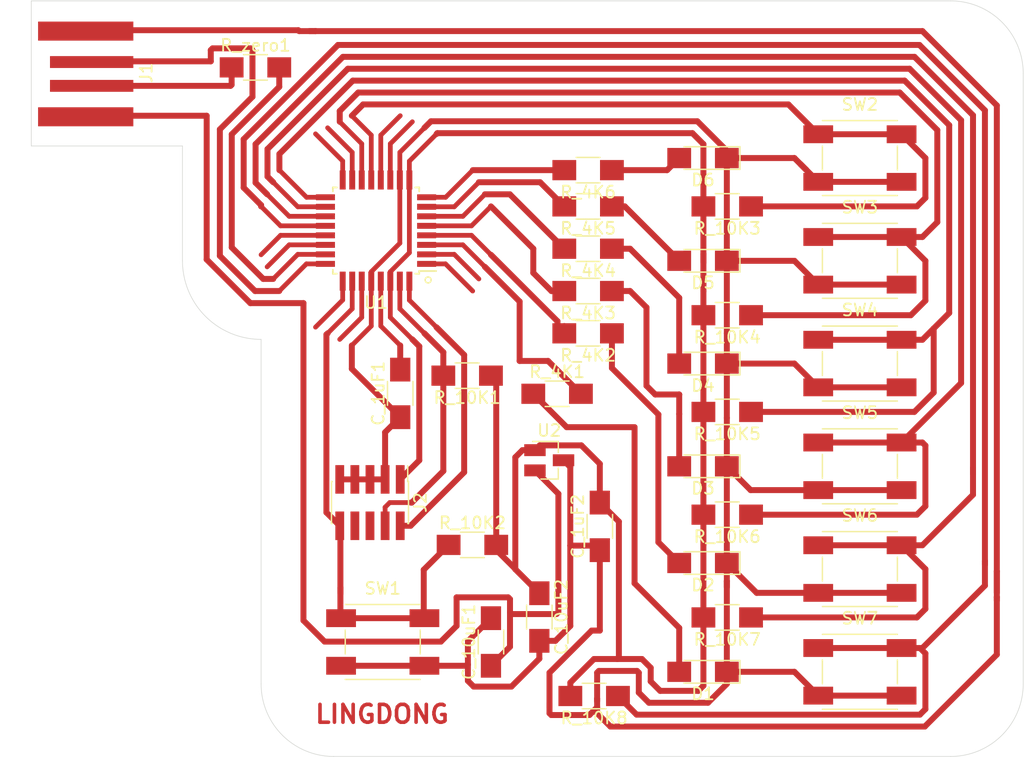
<source format=kicad_pcb>
(kicad_pcb (version 20171130) (host pcbnew "(5.1.10-1-10_14)")

  (general
    (thickness 1.6)
    (drawings 25)
    (tracks 394)
    (zones 0)
    (modules 36)
    (nets 41)
  )

  (page A4)
  (layers
    (0 F.Cu signal)
    (31 B.Cu signal)
    (32 B.Adhes user)
    (33 F.Adhes user)
    (34 B.Paste user)
    (35 F.Paste user)
    (36 B.SilkS user)
    (37 F.SilkS user)
    (38 B.Mask user)
    (39 F.Mask user)
    (40 Dwgs.User user)
    (41 Cmts.User user)
    (42 Eco1.User user)
    (43 Eco2.User user)
    (44 Edge.Cuts user)
    (45 Margin user)
    (46 B.CrtYd user)
    (47 F.CrtYd user)
    (48 B.Fab user)
    (49 F.Fab user)
  )

  (setup
    (last_trace_width 0.5)
    (trace_clearance 0.5)
    (zone_clearance 0.508)
    (zone_45_only no)
    (trace_min 0.2)
    (via_size 0.8)
    (via_drill 0.4)
    (via_min_size 0.4)
    (via_min_drill 0.3)
    (uvia_size 0.3)
    (uvia_drill 0.1)
    (uvias_allowed no)
    (uvia_min_size 0.2)
    (uvia_min_drill 0.1)
    (edge_width 0.05)
    (segment_width 0.2)
    (pcb_text_width 0.3)
    (pcb_text_size 1.5 1.5)
    (mod_edge_width 0.12)
    (mod_text_size 1 1)
    (mod_text_width 0.15)
    (pad_size 1.524 1.524)
    (pad_drill 0.762)
    (pad_to_mask_clearance 0)
    (aux_axis_origin 0 0)
    (visible_elements FFFFFF7F)
    (pcbplotparams
      (layerselection 0x010fc_ffffffff)
      (usegerberextensions false)
      (usegerberattributes true)
      (usegerberadvancedattributes true)
      (creategerberjobfile true)
      (excludeedgelayer true)
      (linewidth 0.100000)
      (plotframeref false)
      (viasonmask false)
      (mode 1)
      (useauxorigin false)
      (hpglpennumber 1)
      (hpglpenspeed 20)
      (hpglpendiameter 15.000000)
      (psnegative false)
      (psa4output false)
      (plotreference true)
      (plotvalue true)
      (plotinvisibletext false)
      (padsonsilk false)
      (subtractmaskfromsilk false)
      (outputformat 1)
      (mirror false)
      (drillshape 1)
      (scaleselection 1)
      (outputdirectory ""))
  )

  (net 0 "")
  (net 1 GND)
  (net 2 +5V)
  (net 3 +3V3)
  (net 4 "Net-(C_1uF1-Pad2)")
  (net 5 /A02)
  (net 6 /A03)
  (net 7 /A04)
  (net 8 /A05)
  (net 9 /A06)
  (net 10 /A07)
  (net 11 "Net-(J1-Pad2)")
  (net 12 "Net-(J1-Pad3)")
  (net 13 /SWDIO)
  (net 14 /SWDCLK)
  (net 15 "Net-(J2-Pad6)")
  (net 16 "Net-(J2-Pad8)")
  (net 17 /RESET)
  (net 18 /D10)
  (net 19 /D11)
  (net 20 /D16)
  (net 21 /D17)
  (net 22 /D18)
  (net 23 /D19)
  (net 24 "Net-(U1-Pad1)")
  (net 25 "Net-(U1-Pad2)")
  (net 26 "Net-(U1-Pad11)")
  (net 27 "Net-(U1-Pad12)")
  (net 28 "Net-(U1-Pad15)")
  (net 29 "Net-(U1-Pad16)")
  (net 30 "Net-(U1-Pad21)")
  (net 31 "Net-(U1-Pad22)")
  (net 32 "Net-(U1-Pad25)")
  (net 33 "Net-(U1-Pad27)")
  (net 34 "Net-(R_zero1-Pad2)")
  (net 35 "Net-(D1-Pad2)")
  (net 36 "Net-(D2-Pad2)")
  (net 37 "Net-(D3-Pad2)")
  (net 38 "Net-(D4-Pad2)")
  (net 39 "Net-(D5-Pad2)")
  (net 40 "Net-(D6-Pad2)")

  (net_class Default "This is the default net class."
    (clearance 0.5)
    (trace_width 0.5)
    (via_dia 0.8)
    (via_drill 0.4)
    (uvia_dia 0.3)
    (uvia_drill 0.1)
    (add_net +3V3)
    (add_net +5V)
    (add_net /A02)
    (add_net /A03)
    (add_net /A04)
    (add_net /A05)
    (add_net /A06)
    (add_net /A07)
    (add_net /D10)
    (add_net /D11)
    (add_net /D16)
    (add_net /D17)
    (add_net /D18)
    (add_net /D19)
    (add_net /RESET)
    (add_net /SWDCLK)
    (add_net /SWDIO)
    (add_net GND)
    (add_net "Net-(C_1uF1-Pad2)")
    (add_net "Net-(D1-Pad2)")
    (add_net "Net-(D2-Pad2)")
    (add_net "Net-(D3-Pad2)")
    (add_net "Net-(D4-Pad2)")
    (add_net "Net-(D5-Pad2)")
    (add_net "Net-(D6-Pad2)")
    (add_net "Net-(J1-Pad2)")
    (add_net "Net-(J1-Pad3)")
    (add_net "Net-(J2-Pad6)")
    (add_net "Net-(J2-Pad8)")
    (add_net "Net-(R_zero1-Pad2)")
    (add_net "Net-(U1-Pad1)")
    (add_net "Net-(U1-Pad11)")
    (add_net "Net-(U1-Pad12)")
    (add_net "Net-(U1-Pad15)")
    (add_net "Net-(U1-Pad16)")
    (add_net "Net-(U1-Pad2)")
    (add_net "Net-(U1-Pad21)")
    (add_net "Net-(U1-Pad22)")
    (add_net "Net-(U1-Pad25)")
    (add_net "Net-(U1-Pad27)")
  )

  (module fab:R_1206 (layer F.Cu) (tedit 60020482) (tstamp 61712F7C)
    (at 100.108 90.932 180)
    (descr "Resistor SMD 1206, hand soldering")
    (tags "resistor 1206")
    (path /617C6269)
    (attr smd)
    (fp_text reference R_4K3 (at 0 -1.85) (layer F.SilkS)
      (effects (font (size 1 1) (thickness 0.15)))
    )
    (fp_text value R (at 0 1.9) (layer F.Fab)
      (effects (font (size 1 1) (thickness 0.15)))
    )
    (fp_line (start 3.25 1.1) (end -3.25 1.1) (layer F.CrtYd) (width 0.05))
    (fp_line (start 3.25 1.1) (end 3.25 -1.11) (layer F.CrtYd) (width 0.05))
    (fp_line (start -3.25 -1.11) (end -3.25 1.1) (layer F.CrtYd) (width 0.05))
    (fp_line (start -3.25 -1.11) (end 3.25 -1.11) (layer F.CrtYd) (width 0.05))
    (fp_line (start -1 -1.07) (end 1 -1.07) (layer F.SilkS) (width 0.12))
    (fp_line (start 1 1.07) (end -1 1.07) (layer F.SilkS) (width 0.12))
    (fp_line (start -1.6 -0.8) (end 1.6 -0.8) (layer F.Fab) (width 0.1))
    (fp_line (start 1.6 -0.8) (end 1.6 0.8) (layer F.Fab) (width 0.1))
    (fp_line (start 1.6 0.8) (end -1.6 0.8) (layer F.Fab) (width 0.1))
    (fp_line (start -1.6 0.8) (end -1.6 -0.8) (layer F.Fab) (width 0.1))
    (fp_text user %R (at 0 0) (layer F.Fab)
      (effects (font (size 0.7 0.7) (thickness 0.105)))
    )
    (pad 1 smd rect (at -2 0 180) (size 2 1.7) (layers F.Cu F.Paste F.Mask)
      (net 37 "Net-(D3-Pad2)"))
    (pad 2 smd rect (at 2 0 180) (size 2 1.7) (layers F.Cu F.Paste F.Mask)
      (net 7 /A04))
    (model ${FAB}/fab.3dshapes/R_1206.step
      (at (xyz 0 0 0))
      (scale (xyz 1 1 1))
      (rotate (xyz 0 0 0))
    )
  )

  (module fab:R_1206 (layer F.Cu) (tedit 60020482) (tstamp 61715302)
    (at 97.504 99.568)
    (descr "Resistor SMD 1206, hand soldering")
    (tags "resistor 1206")
    (path /61783359)
    (attr smd)
    (fp_text reference R_4K1 (at 0 -1.85) (layer F.SilkS)
      (effects (font (size 1 1) (thickness 0.15)))
    )
    (fp_text value R (at 0 1.9) (layer F.Fab)
      (effects (font (size 1 1) (thickness 0.15)))
    )
    (fp_line (start 3.25 1.1) (end -3.25 1.1) (layer F.CrtYd) (width 0.05))
    (fp_line (start 3.25 1.1) (end 3.25 -1.11) (layer F.CrtYd) (width 0.05))
    (fp_line (start -3.25 -1.11) (end -3.25 1.1) (layer F.CrtYd) (width 0.05))
    (fp_line (start -3.25 -1.11) (end 3.25 -1.11) (layer F.CrtYd) (width 0.05))
    (fp_line (start -1 -1.07) (end 1 -1.07) (layer F.SilkS) (width 0.12))
    (fp_line (start 1 1.07) (end -1 1.07) (layer F.SilkS) (width 0.12))
    (fp_line (start -1.6 -0.8) (end 1.6 -0.8) (layer F.Fab) (width 0.1))
    (fp_line (start 1.6 -0.8) (end 1.6 0.8) (layer F.Fab) (width 0.1))
    (fp_line (start 1.6 0.8) (end -1.6 0.8) (layer F.Fab) (width 0.1))
    (fp_line (start -1.6 0.8) (end -1.6 -0.8) (layer F.Fab) (width 0.1))
    (pad 1 smd rect (at -2 0) (size 2 1.7) (layers F.Cu F.Paste F.Mask)
      (net 35 "Net-(D1-Pad2)"))
    (pad 2 smd rect (at 2 0) (size 2 1.7) (layers F.Cu F.Paste F.Mask)
      (net 5 /A02))
    (model ${FAB}/fab.3dshapes/R_1206.step
      (at (xyz 0 0 0))
      (scale (xyz 1 1 1))
      (rotate (xyz 0 0 0))
    )
  )

  (module fab:R_1206 (layer F.Cu) (tedit 60020482) (tstamp 61713C5F)
    (at 100.108 94.488 180)
    (descr "Resistor SMD 1206, hand soldering")
    (tags "resistor 1206")
    (path /617C0876)
    (attr smd)
    (fp_text reference R_4K2 (at 0 -1.85) (layer F.SilkS)
      (effects (font (size 1 1) (thickness 0.15)))
    )
    (fp_text value R (at 0 1.9) (layer F.Fab)
      (effects (font (size 1 1) (thickness 0.15)))
    )
    (fp_line (start -1.6 0.8) (end -1.6 -0.8) (layer F.Fab) (width 0.1))
    (fp_line (start 1.6 0.8) (end -1.6 0.8) (layer F.Fab) (width 0.1))
    (fp_line (start 1.6 -0.8) (end 1.6 0.8) (layer F.Fab) (width 0.1))
    (fp_line (start -1.6 -0.8) (end 1.6 -0.8) (layer F.Fab) (width 0.1))
    (fp_line (start 1 1.07) (end -1 1.07) (layer F.SilkS) (width 0.12))
    (fp_line (start -1 -1.07) (end 1 -1.07) (layer F.SilkS) (width 0.12))
    (fp_line (start -3.25 -1.11) (end 3.25 -1.11) (layer F.CrtYd) (width 0.05))
    (fp_line (start -3.25 -1.11) (end -3.25 1.1) (layer F.CrtYd) (width 0.05))
    (fp_line (start 3.25 1.1) (end 3.25 -1.11) (layer F.CrtYd) (width 0.05))
    (fp_line (start 3.25 1.1) (end -3.25 1.1) (layer F.CrtYd) (width 0.05))
    (fp_text user %R (at 0 0) (layer F.Fab)
      (effects (font (size 0.7 0.7) (thickness 0.105)))
    )
    (pad 2 smd rect (at 2 0 180) (size 2 1.7) (layers F.Cu F.Paste F.Mask)
      (net 6 /A03))
    (pad 1 smd rect (at -2 0 180) (size 2 1.7) (layers F.Cu F.Paste F.Mask)
      (net 36 "Net-(D2-Pad2)"))
    (model ${FAB}/fab.3dshapes/R_1206.step
      (at (xyz 0 0 0))
      (scale (xyz 1 1 1))
      (rotate (xyz 0 0 0))
    )
  )

  (module fab:R_1206 (layer F.Cu) (tedit 60020482) (tstamp 61712F4C)
    (at 100.108 87.376 180)
    (descr "Resistor SMD 1206, hand soldering")
    (tags "resistor 1206")
    (path /617CABBD)
    (attr smd)
    (fp_text reference R_4K4 (at 0 -1.85) (layer F.SilkS)
      (effects (font (size 1 1) (thickness 0.15)))
    )
    (fp_text value R (at 0 1.9) (layer F.Fab)
      (effects (font (size 1 1) (thickness 0.15)))
    )
    (fp_line (start -1.6 0.8) (end -1.6 -0.8) (layer F.Fab) (width 0.1))
    (fp_line (start 1.6 0.8) (end -1.6 0.8) (layer F.Fab) (width 0.1))
    (fp_line (start 1.6 -0.8) (end 1.6 0.8) (layer F.Fab) (width 0.1))
    (fp_line (start -1.6 -0.8) (end 1.6 -0.8) (layer F.Fab) (width 0.1))
    (fp_line (start 1 1.07) (end -1 1.07) (layer F.SilkS) (width 0.12))
    (fp_line (start -1 -1.07) (end 1 -1.07) (layer F.SilkS) (width 0.12))
    (fp_line (start -3.25 -1.11) (end 3.25 -1.11) (layer F.CrtYd) (width 0.05))
    (fp_line (start -3.25 -1.11) (end -3.25 1.1) (layer F.CrtYd) (width 0.05))
    (fp_line (start 3.25 1.1) (end 3.25 -1.11) (layer F.CrtYd) (width 0.05))
    (fp_line (start 3.25 1.1) (end -3.25 1.1) (layer F.CrtYd) (width 0.05))
    (fp_text user %R (at 0 0) (layer F.Fab)
      (effects (font (size 0.7 0.7) (thickness 0.105)))
    )
    (pad 2 smd rect (at 2 0 180) (size 2 1.7) (layers F.Cu F.Paste F.Mask)
      (net 8 /A05))
    (pad 1 smd rect (at -2 0 180) (size 2 1.7) (layers F.Cu F.Paste F.Mask)
      (net 38 "Net-(D4-Pad2)"))
    (model ${FAB}/fab.3dshapes/R_1206.step
      (at (xyz 0 0 0))
      (scale (xyz 1 1 1))
      (rotate (xyz 0 0 0))
    )
  )

  (module fab:R_1206 (layer F.Cu) (tedit 60020482) (tstamp 61712F1C)
    (at 100.108 83.82 180)
    (descr "Resistor SMD 1206, hand soldering")
    (tags "resistor 1206")
    (path /617D12DF)
    (attr smd)
    (fp_text reference R_4K5 (at 0 -1.85) (layer F.SilkS)
      (effects (font (size 1 1) (thickness 0.15)))
    )
    (fp_text value R (at 0 1.9) (layer F.Fab)
      (effects (font (size 1 1) (thickness 0.15)))
    )
    (fp_line (start 3.25 1.1) (end -3.25 1.1) (layer F.CrtYd) (width 0.05))
    (fp_line (start 3.25 1.1) (end 3.25 -1.11) (layer F.CrtYd) (width 0.05))
    (fp_line (start -3.25 -1.11) (end -3.25 1.1) (layer F.CrtYd) (width 0.05))
    (fp_line (start -3.25 -1.11) (end 3.25 -1.11) (layer F.CrtYd) (width 0.05))
    (fp_line (start -1 -1.07) (end 1 -1.07) (layer F.SilkS) (width 0.12))
    (fp_line (start 1 1.07) (end -1 1.07) (layer F.SilkS) (width 0.12))
    (fp_line (start -1.6 -0.8) (end 1.6 -0.8) (layer F.Fab) (width 0.1))
    (fp_line (start 1.6 -0.8) (end 1.6 0.8) (layer F.Fab) (width 0.1))
    (fp_line (start 1.6 0.8) (end -1.6 0.8) (layer F.Fab) (width 0.1))
    (fp_line (start -1.6 0.8) (end -1.6 -0.8) (layer F.Fab) (width 0.1))
    (fp_text user %R (at 0 0) (layer F.Fab)
      (effects (font (size 0.7 0.7) (thickness 0.105)))
    )
    (pad 1 smd rect (at -2 0 180) (size 2 1.7) (layers F.Cu F.Paste F.Mask)
      (net 39 "Net-(D5-Pad2)"))
    (pad 2 smd rect (at 2 0 180) (size 2 1.7) (layers F.Cu F.Paste F.Mask)
      (net 9 /A06))
    (model ${FAB}/fab.3dshapes/R_1206.step
      (at (xyz 0 0 0))
      (scale (xyz 1 1 1))
      (rotate (xyz 0 0 0))
    )
  )

  (module fab:R_1206 (layer F.Cu) (tedit 60020482) (tstamp 61712EEC)
    (at 100.108 80.772 180)
    (descr "Resistor SMD 1206, hand soldering")
    (tags "resistor 1206")
    (path /617D7611)
    (attr smd)
    (fp_text reference R_4K6 (at 0 -1.85) (layer F.SilkS)
      (effects (font (size 1 1) (thickness 0.15)))
    )
    (fp_text value R (at 0 1.9) (layer F.Fab)
      (effects (font (size 1 1) (thickness 0.15)))
    )
    (fp_line (start -1.6 0.8) (end -1.6 -0.8) (layer F.Fab) (width 0.1))
    (fp_line (start 1.6 0.8) (end -1.6 0.8) (layer F.Fab) (width 0.1))
    (fp_line (start 1.6 -0.8) (end 1.6 0.8) (layer F.Fab) (width 0.1))
    (fp_line (start -1.6 -0.8) (end 1.6 -0.8) (layer F.Fab) (width 0.1))
    (fp_line (start 1 1.07) (end -1 1.07) (layer F.SilkS) (width 0.12))
    (fp_line (start -1 -1.07) (end 1 -1.07) (layer F.SilkS) (width 0.12))
    (fp_line (start -3.25 -1.11) (end 3.25 -1.11) (layer F.CrtYd) (width 0.05))
    (fp_line (start -3.25 -1.11) (end -3.25 1.1) (layer F.CrtYd) (width 0.05))
    (fp_line (start 3.25 1.1) (end 3.25 -1.11) (layer F.CrtYd) (width 0.05))
    (fp_line (start 3.25 1.1) (end -3.25 1.1) (layer F.CrtYd) (width 0.05))
    (fp_text user %R (at 0 0) (layer F.Fab)
      (effects (font (size 0.7 0.7) (thickness 0.105)))
    )
    (pad 2 smd rect (at 2 0 180) (size 2 1.7) (layers F.Cu F.Paste F.Mask)
      (net 10 /A07))
    (pad 1 smd rect (at -2 0 180) (size 2 1.7) (layers F.Cu F.Paste F.Mask)
      (net 40 "Net-(D6-Pad2)"))
    (model ${FAB}/fab.3dshapes/R_1206.step
      (at (xyz 0 0 0))
      (scale (xyz 1 1 1))
      (rotate (xyz 0 0 0))
    )
  )

  (module fab:LED_1206 (layer F.Cu) (tedit 595FC724) (tstamp 6171322C)
    (at 109.76 122.936 180)
    (descr "LED SMD 1206, hand soldering")
    (tags "LED 1206")
    (path /617923E5)
    (attr smd)
    (fp_text reference D1 (at 0 -1.85) (layer F.SilkS)
      (effects (font (size 1 1) (thickness 0.15)))
    )
    (fp_text value LED (at 0 1.9) (layer F.Fab)
      (effects (font (size 1 1) (thickness 0.15)))
    )
    (fp_line (start -3.1 -0.95) (end -3.1 0.95) (layer F.SilkS) (width 0.12))
    (fp_line (start -0.4 0) (end 0.2 -0.4) (layer F.Fab) (width 0.1))
    (fp_line (start 0.2 -0.4) (end 0.2 0.4) (layer F.Fab) (width 0.1))
    (fp_line (start 0.2 0.4) (end -0.4 0) (layer F.Fab) (width 0.1))
    (fp_line (start -0.45 -0.4) (end -0.45 0.4) (layer F.Fab) (width 0.1))
    (fp_line (start -1.6 0.8) (end -1.6 -0.8) (layer F.Fab) (width 0.1))
    (fp_line (start 1.6 0.8) (end -1.6 0.8) (layer F.Fab) (width 0.1))
    (fp_line (start 1.6 -0.8) (end 1.6 0.8) (layer F.Fab) (width 0.1))
    (fp_line (start -1.6 -0.8) (end 1.6 -0.8) (layer F.Fab) (width 0.1))
    (fp_line (start -3.1 0.95) (end 1.6 0.95) (layer F.SilkS) (width 0.12))
    (fp_line (start -3.1 -0.95) (end 1.6 -0.95) (layer F.SilkS) (width 0.12))
    (fp_line (start -3.25 -1.11) (end 3.25 -1.11) (layer F.CrtYd) (width 0.05))
    (fp_line (start -3.25 -1.11) (end -3.25 1.1) (layer F.CrtYd) (width 0.05))
    (fp_line (start 3.25 1.1) (end 3.25 -1.11) (layer F.CrtYd) (width 0.05))
    (fp_line (start 3.25 1.1) (end -3.25 1.1) (layer F.CrtYd) (width 0.05))
    (pad 1 smd rect (at -2 0 180) (size 2 1.7) (layers F.Cu F.Paste F.Mask)
      (net 1 GND))
    (pad 2 smd rect (at 2 0 180) (size 2 1.7) (layers F.Cu F.Paste F.Mask)
      (net 35 "Net-(D1-Pad2)"))
    (model ${KISYS3DMOD}/LEDs.3dshapes/LED_1206.wrl
      (at (xyz 0 0 0))
      (scale (xyz 1 1 1))
      (rotate (xyz 0 0 180))
    )
  )

  (module fab:LED_1206 (layer F.Cu) (tedit 595FC724) (tstamp 617131F0)
    (at 109.76 113.792 180)
    (descr "LED SMD 1206, hand soldering")
    (tags "LED 1206")
    (path /617C088F)
    (attr smd)
    (fp_text reference D2 (at 0 -1.85) (layer F.SilkS)
      (effects (font (size 1 1) (thickness 0.15)))
    )
    (fp_text value LED (at 0 1.9) (layer F.Fab)
      (effects (font (size 1 1) (thickness 0.15)))
    )
    (fp_line (start 3.25 1.1) (end -3.25 1.1) (layer F.CrtYd) (width 0.05))
    (fp_line (start 3.25 1.1) (end 3.25 -1.11) (layer F.CrtYd) (width 0.05))
    (fp_line (start -3.25 -1.11) (end -3.25 1.1) (layer F.CrtYd) (width 0.05))
    (fp_line (start -3.25 -1.11) (end 3.25 -1.11) (layer F.CrtYd) (width 0.05))
    (fp_line (start -3.1 -0.95) (end 1.6 -0.95) (layer F.SilkS) (width 0.12))
    (fp_line (start -3.1 0.95) (end 1.6 0.95) (layer F.SilkS) (width 0.12))
    (fp_line (start -1.6 -0.8) (end 1.6 -0.8) (layer F.Fab) (width 0.1))
    (fp_line (start 1.6 -0.8) (end 1.6 0.8) (layer F.Fab) (width 0.1))
    (fp_line (start 1.6 0.8) (end -1.6 0.8) (layer F.Fab) (width 0.1))
    (fp_line (start -1.6 0.8) (end -1.6 -0.8) (layer F.Fab) (width 0.1))
    (fp_line (start -0.45 -0.4) (end -0.45 0.4) (layer F.Fab) (width 0.1))
    (fp_line (start 0.2 0.4) (end -0.4 0) (layer F.Fab) (width 0.1))
    (fp_line (start 0.2 -0.4) (end 0.2 0.4) (layer F.Fab) (width 0.1))
    (fp_line (start -0.4 0) (end 0.2 -0.4) (layer F.Fab) (width 0.1))
    (fp_line (start -3.1 -0.95) (end -3.1 0.95) (layer F.SilkS) (width 0.12))
    (pad 2 smd rect (at 2 0 180) (size 2 1.7) (layers F.Cu F.Paste F.Mask)
      (net 36 "Net-(D2-Pad2)"))
    (pad 1 smd rect (at -2 0 180) (size 2 1.7) (layers F.Cu F.Paste F.Mask)
      (net 1 GND))
    (model ${KISYS3DMOD}/LEDs.3dshapes/LED_1206.wrl
      (at (xyz 0 0 0))
      (scale (xyz 1 1 1))
      (rotate (xyz 0 0 180))
    )
  )

  (module fab:LED_1206 (layer F.Cu) (tedit 595FC724) (tstamp 617131B4)
    (at 109.76 105.664 180)
    (descr "LED SMD 1206, hand soldering")
    (tags "LED 1206")
    (path /617C6282)
    (attr smd)
    (fp_text reference D3 (at 0 -1.85) (layer F.SilkS)
      (effects (font (size 1 1) (thickness 0.15)))
    )
    (fp_text value LED (at 0 1.9) (layer F.Fab)
      (effects (font (size 1 1) (thickness 0.15)))
    )
    (fp_line (start -3.1 -0.95) (end -3.1 0.95) (layer F.SilkS) (width 0.12))
    (fp_line (start -0.4 0) (end 0.2 -0.4) (layer F.Fab) (width 0.1))
    (fp_line (start 0.2 -0.4) (end 0.2 0.4) (layer F.Fab) (width 0.1))
    (fp_line (start 0.2 0.4) (end -0.4 0) (layer F.Fab) (width 0.1))
    (fp_line (start -0.45 -0.4) (end -0.45 0.4) (layer F.Fab) (width 0.1))
    (fp_line (start -1.6 0.8) (end -1.6 -0.8) (layer F.Fab) (width 0.1))
    (fp_line (start 1.6 0.8) (end -1.6 0.8) (layer F.Fab) (width 0.1))
    (fp_line (start 1.6 -0.8) (end 1.6 0.8) (layer F.Fab) (width 0.1))
    (fp_line (start -1.6 -0.8) (end 1.6 -0.8) (layer F.Fab) (width 0.1))
    (fp_line (start -3.1 0.95) (end 1.6 0.95) (layer F.SilkS) (width 0.12))
    (fp_line (start -3.1 -0.95) (end 1.6 -0.95) (layer F.SilkS) (width 0.12))
    (fp_line (start -3.25 -1.11) (end 3.25 -1.11) (layer F.CrtYd) (width 0.05))
    (fp_line (start -3.25 -1.11) (end -3.25 1.1) (layer F.CrtYd) (width 0.05))
    (fp_line (start 3.25 1.1) (end 3.25 -1.11) (layer F.CrtYd) (width 0.05))
    (fp_line (start 3.25 1.1) (end -3.25 1.1) (layer F.CrtYd) (width 0.05))
    (pad 1 smd rect (at -2 0 180) (size 2 1.7) (layers F.Cu F.Paste F.Mask)
      (net 1 GND))
    (pad 2 smd rect (at 2 0 180) (size 2 1.7) (layers F.Cu F.Paste F.Mask)
      (net 37 "Net-(D3-Pad2)"))
    (model ${KISYS3DMOD}/LEDs.3dshapes/LED_1206.wrl
      (at (xyz 0 0 0))
      (scale (xyz 1 1 1))
      (rotate (xyz 0 0 180))
    )
  )

  (module fab:LED_1206 (layer F.Cu) (tedit 595FC724) (tstamp 61713178)
    (at 109.76 97.028 180)
    (descr "LED SMD 1206, hand soldering")
    (tags "LED 1206")
    (path /617CABD6)
    (attr smd)
    (fp_text reference D4 (at 0 -1.85) (layer F.SilkS)
      (effects (font (size 1 1) (thickness 0.15)))
    )
    (fp_text value LED (at 0 1.9) (layer F.Fab)
      (effects (font (size 1 1) (thickness 0.15)))
    )
    (fp_line (start 3.25 1.1) (end -3.25 1.1) (layer F.CrtYd) (width 0.05))
    (fp_line (start 3.25 1.1) (end 3.25 -1.11) (layer F.CrtYd) (width 0.05))
    (fp_line (start -3.25 -1.11) (end -3.25 1.1) (layer F.CrtYd) (width 0.05))
    (fp_line (start -3.25 -1.11) (end 3.25 -1.11) (layer F.CrtYd) (width 0.05))
    (fp_line (start -3.1 -0.95) (end 1.6 -0.95) (layer F.SilkS) (width 0.12))
    (fp_line (start -3.1 0.95) (end 1.6 0.95) (layer F.SilkS) (width 0.12))
    (fp_line (start -1.6 -0.8) (end 1.6 -0.8) (layer F.Fab) (width 0.1))
    (fp_line (start 1.6 -0.8) (end 1.6 0.8) (layer F.Fab) (width 0.1))
    (fp_line (start 1.6 0.8) (end -1.6 0.8) (layer F.Fab) (width 0.1))
    (fp_line (start -1.6 0.8) (end -1.6 -0.8) (layer F.Fab) (width 0.1))
    (fp_line (start -0.45 -0.4) (end -0.45 0.4) (layer F.Fab) (width 0.1))
    (fp_line (start 0.2 0.4) (end -0.4 0) (layer F.Fab) (width 0.1))
    (fp_line (start 0.2 -0.4) (end 0.2 0.4) (layer F.Fab) (width 0.1))
    (fp_line (start -0.4 0) (end 0.2 -0.4) (layer F.Fab) (width 0.1))
    (fp_line (start -3.1 -0.95) (end -3.1 0.95) (layer F.SilkS) (width 0.12))
    (pad 2 smd rect (at 2 0 180) (size 2 1.7) (layers F.Cu F.Paste F.Mask)
      (net 38 "Net-(D4-Pad2)"))
    (pad 1 smd rect (at -2 0 180) (size 2 1.7) (layers F.Cu F.Paste F.Mask)
      (net 1 GND))
    (model ${KISYS3DMOD}/LEDs.3dshapes/LED_1206.wrl
      (at (xyz 0 0 0))
      (scale (xyz 1 1 1))
      (rotate (xyz 0 0 180))
    )
  )

  (module fab:LED_1206 (layer F.Cu) (tedit 595FC724) (tstamp 6171313C)
    (at 109.76 88.392 180)
    (descr "LED SMD 1206, hand soldering")
    (tags "LED 1206")
    (path /617D12F8)
    (attr smd)
    (fp_text reference D5 (at 0 -1.85) (layer F.SilkS)
      (effects (font (size 1 1) (thickness 0.15)))
    )
    (fp_text value LED (at 0 1.9) (layer F.Fab)
      (effects (font (size 1 1) (thickness 0.15)))
    )
    (fp_line (start -3.1 -0.95) (end -3.1 0.95) (layer F.SilkS) (width 0.12))
    (fp_line (start -0.4 0) (end 0.2 -0.4) (layer F.Fab) (width 0.1))
    (fp_line (start 0.2 -0.4) (end 0.2 0.4) (layer F.Fab) (width 0.1))
    (fp_line (start 0.2 0.4) (end -0.4 0) (layer F.Fab) (width 0.1))
    (fp_line (start -0.45 -0.4) (end -0.45 0.4) (layer F.Fab) (width 0.1))
    (fp_line (start -1.6 0.8) (end -1.6 -0.8) (layer F.Fab) (width 0.1))
    (fp_line (start 1.6 0.8) (end -1.6 0.8) (layer F.Fab) (width 0.1))
    (fp_line (start 1.6 -0.8) (end 1.6 0.8) (layer F.Fab) (width 0.1))
    (fp_line (start -1.6 -0.8) (end 1.6 -0.8) (layer F.Fab) (width 0.1))
    (fp_line (start -3.1 0.95) (end 1.6 0.95) (layer F.SilkS) (width 0.12))
    (fp_line (start -3.1 -0.95) (end 1.6 -0.95) (layer F.SilkS) (width 0.12))
    (fp_line (start -3.25 -1.11) (end 3.25 -1.11) (layer F.CrtYd) (width 0.05))
    (fp_line (start -3.25 -1.11) (end -3.25 1.1) (layer F.CrtYd) (width 0.05))
    (fp_line (start 3.25 1.1) (end 3.25 -1.11) (layer F.CrtYd) (width 0.05))
    (fp_line (start 3.25 1.1) (end -3.25 1.1) (layer F.CrtYd) (width 0.05))
    (pad 1 smd rect (at -2 0 180) (size 2 1.7) (layers F.Cu F.Paste F.Mask)
      (net 1 GND))
    (pad 2 smd rect (at 2 0 180) (size 2 1.7) (layers F.Cu F.Paste F.Mask)
      (net 39 "Net-(D5-Pad2)"))
    (model ${KISYS3DMOD}/LEDs.3dshapes/LED_1206.wrl
      (at (xyz 0 0 0))
      (scale (xyz 1 1 1))
      (rotate (xyz 0 0 180))
    )
  )

  (module fab:LED_1206 (layer F.Cu) (tedit 595FC724) (tstamp 61713100)
    (at 109.76 79.756 180)
    (descr "LED SMD 1206, hand soldering")
    (tags "LED 1206")
    (path /617D762A)
    (attr smd)
    (fp_text reference D6 (at 0 -1.85) (layer F.SilkS)
      (effects (font (size 1 1) (thickness 0.15)))
    )
    (fp_text value LED (at 0 1.9) (layer F.Fab)
      (effects (font (size 1 1) (thickness 0.15)))
    )
    (fp_line (start 3.25 1.1) (end -3.25 1.1) (layer F.CrtYd) (width 0.05))
    (fp_line (start 3.25 1.1) (end 3.25 -1.11) (layer F.CrtYd) (width 0.05))
    (fp_line (start -3.25 -1.11) (end -3.25 1.1) (layer F.CrtYd) (width 0.05))
    (fp_line (start -3.25 -1.11) (end 3.25 -1.11) (layer F.CrtYd) (width 0.05))
    (fp_line (start -3.1 -0.95) (end 1.6 -0.95) (layer F.SilkS) (width 0.12))
    (fp_line (start -3.1 0.95) (end 1.6 0.95) (layer F.SilkS) (width 0.12))
    (fp_line (start -1.6 -0.8) (end 1.6 -0.8) (layer F.Fab) (width 0.1))
    (fp_line (start 1.6 -0.8) (end 1.6 0.8) (layer F.Fab) (width 0.1))
    (fp_line (start 1.6 0.8) (end -1.6 0.8) (layer F.Fab) (width 0.1))
    (fp_line (start -1.6 0.8) (end -1.6 -0.8) (layer F.Fab) (width 0.1))
    (fp_line (start -0.45 -0.4) (end -0.45 0.4) (layer F.Fab) (width 0.1))
    (fp_line (start 0.2 0.4) (end -0.4 0) (layer F.Fab) (width 0.1))
    (fp_line (start 0.2 -0.4) (end 0.2 0.4) (layer F.Fab) (width 0.1))
    (fp_line (start -0.4 0) (end 0.2 -0.4) (layer F.Fab) (width 0.1))
    (fp_line (start -3.1 -0.95) (end -3.1 0.95) (layer F.SilkS) (width 0.12))
    (pad 2 smd rect (at 2 0 180) (size 2 1.7) (layers F.Cu F.Paste F.Mask)
      (net 40 "Net-(D6-Pad2)"))
    (pad 1 smd rect (at -2 0 180) (size 2 1.7) (layers F.Cu F.Paste F.Mask)
      (net 1 GND))
    (model ${KISYS3DMOD}/LEDs.3dshapes/LED_1206.wrl
      (at (xyz 0 0 0))
      (scale (xyz 1 1 1))
      (rotate (xyz 0 0 180))
    )
  )

  (module fab:R_1206 (layer F.Cu) (tedit 60020482) (tstamp 617130CC)
    (at 111.792 83.82 180)
    (descr "Resistor SMD 1206, hand soldering")
    (tags "resistor 1206")
    (path /61774BB9)
    (attr smd)
    (fp_text reference R_10K3 (at 0 -1.85) (layer F.SilkS)
      (effects (font (size 1 1) (thickness 0.15)))
    )
    (fp_text value R (at 0 1.9) (layer F.Fab)
      (effects (font (size 1 1) (thickness 0.15)))
    )
    (fp_line (start -1.6 0.8) (end -1.6 -0.8) (layer F.Fab) (width 0.1))
    (fp_line (start 1.6 0.8) (end -1.6 0.8) (layer F.Fab) (width 0.1))
    (fp_line (start 1.6 -0.8) (end 1.6 0.8) (layer F.Fab) (width 0.1))
    (fp_line (start -1.6 -0.8) (end 1.6 -0.8) (layer F.Fab) (width 0.1))
    (fp_line (start 1 1.07) (end -1 1.07) (layer F.SilkS) (width 0.12))
    (fp_line (start -1 -1.07) (end 1 -1.07) (layer F.SilkS) (width 0.12))
    (fp_line (start -3.25 -1.11) (end 3.25 -1.11) (layer F.CrtYd) (width 0.05))
    (fp_line (start -3.25 -1.11) (end -3.25 1.1) (layer F.CrtYd) (width 0.05))
    (fp_line (start 3.25 1.1) (end 3.25 -1.11) (layer F.CrtYd) (width 0.05))
    (fp_line (start 3.25 1.1) (end -3.25 1.1) (layer F.CrtYd) (width 0.05))
    (fp_text user %R (at 0 0) (layer F.Fab)
      (effects (font (size 0.7 0.7) (thickness 0.105)))
    )
    (pad 2 smd rect (at 2 0 180) (size 2 1.7) (layers F.Cu F.Paste F.Mask)
      (net 3 +3V3))
    (pad 1 smd rect (at -2 0 180) (size 2 1.7) (layers F.Cu F.Paste F.Mask)
      (net 18 /D10))
    (model ${FAB}/fab.3dshapes/R_1206.step
      (at (xyz 0 0 0))
      (scale (xyz 1 1 1))
      (rotate (xyz 0 0 0))
    )
  )

  (module fab:R_1206 (layer F.Cu) (tedit 60020482) (tstamp 6171309C)
    (at 111.792 92.964 180)
    (descr "Resistor SMD 1206, hand soldering")
    (tags "resistor 1206")
    (path /61759DCF)
    (attr smd)
    (fp_text reference R_10K4 (at 0 -1.85) (layer F.SilkS)
      (effects (font (size 1 1) (thickness 0.15)))
    )
    (fp_text value R (at 0 1.9) (layer F.Fab)
      (effects (font (size 1 1) (thickness 0.15)))
    )
    (fp_line (start -1.6 0.8) (end -1.6 -0.8) (layer F.Fab) (width 0.1))
    (fp_line (start 1.6 0.8) (end -1.6 0.8) (layer F.Fab) (width 0.1))
    (fp_line (start 1.6 -0.8) (end 1.6 0.8) (layer F.Fab) (width 0.1))
    (fp_line (start -1.6 -0.8) (end 1.6 -0.8) (layer F.Fab) (width 0.1))
    (fp_line (start 1 1.07) (end -1 1.07) (layer F.SilkS) (width 0.12))
    (fp_line (start -1 -1.07) (end 1 -1.07) (layer F.SilkS) (width 0.12))
    (fp_line (start -3.25 -1.11) (end 3.25 -1.11) (layer F.CrtYd) (width 0.05))
    (fp_line (start -3.25 -1.11) (end -3.25 1.1) (layer F.CrtYd) (width 0.05))
    (fp_line (start 3.25 1.1) (end 3.25 -1.11) (layer F.CrtYd) (width 0.05))
    (fp_line (start 3.25 1.1) (end -3.25 1.1) (layer F.CrtYd) (width 0.05))
    (fp_text user %R (at 0 0) (layer F.Fab)
      (effects (font (size 0.7 0.7) (thickness 0.105)))
    )
    (pad 2 smd rect (at 2 0 180) (size 2 1.7) (layers F.Cu F.Paste F.Mask)
      (net 3 +3V3))
    (pad 1 smd rect (at -2 0 180) (size 2 1.7) (layers F.Cu F.Paste F.Mask)
      (net 19 /D11))
    (model ${FAB}/fab.3dshapes/R_1206.step
      (at (xyz 0 0 0))
      (scale (xyz 1 1 1))
      (rotate (xyz 0 0 0))
    )
  )

  (module fab:R_1206 (layer F.Cu) (tedit 60020482) (tstamp 6171306C)
    (at 111.792 101.092 180)
    (descr "Resistor SMD 1206, hand soldering")
    (tags "resistor 1206")
    (path /617711ED)
    (attr smd)
    (fp_text reference R_10K5 (at 0 -1.85) (layer F.SilkS)
      (effects (font (size 1 1) (thickness 0.15)))
    )
    (fp_text value R (at 0 1.9) (layer F.Fab)
      (effects (font (size 1 1) (thickness 0.15)))
    )
    (fp_line (start -1.6 0.8) (end -1.6 -0.8) (layer F.Fab) (width 0.1))
    (fp_line (start 1.6 0.8) (end -1.6 0.8) (layer F.Fab) (width 0.1))
    (fp_line (start 1.6 -0.8) (end 1.6 0.8) (layer F.Fab) (width 0.1))
    (fp_line (start -1.6 -0.8) (end 1.6 -0.8) (layer F.Fab) (width 0.1))
    (fp_line (start 1 1.07) (end -1 1.07) (layer F.SilkS) (width 0.12))
    (fp_line (start -1 -1.07) (end 1 -1.07) (layer F.SilkS) (width 0.12))
    (fp_line (start -3.25 -1.11) (end 3.25 -1.11) (layer F.CrtYd) (width 0.05))
    (fp_line (start -3.25 -1.11) (end -3.25 1.1) (layer F.CrtYd) (width 0.05))
    (fp_line (start 3.25 1.1) (end 3.25 -1.11) (layer F.CrtYd) (width 0.05))
    (fp_line (start 3.25 1.1) (end -3.25 1.1) (layer F.CrtYd) (width 0.05))
    (fp_text user %R (at 0 0) (layer F.Fab)
      (effects (font (size 0.7 0.7) (thickness 0.105)))
    )
    (pad 2 smd rect (at 2 0 180) (size 2 1.7) (layers F.Cu F.Paste F.Mask)
      (net 3 +3V3))
    (pad 1 smd rect (at -2 0 180) (size 2 1.7) (layers F.Cu F.Paste F.Mask)
      (net 20 /D16))
    (model ${FAB}/fab.3dshapes/R_1206.step
      (at (xyz 0 0 0))
      (scale (xyz 1 1 1))
      (rotate (xyz 0 0 0))
    )
  )

  (module fab:R_1206 (layer F.Cu) (tedit 60020482) (tstamp 6171452B)
    (at 111.792 109.728 180)
    (descr "Resistor SMD 1206, hand soldering")
    (tags "resistor 1206")
    (path /617788F9)
    (attr smd)
    (fp_text reference R_10K6 (at 0 -1.85) (layer F.SilkS)
      (effects (font (size 1 1) (thickness 0.15)))
    )
    (fp_text value R (at 0 1.9) (layer F.Fab)
      (effects (font (size 1 1) (thickness 0.15)))
    )
    (fp_line (start 3.25 1.1) (end -3.25 1.1) (layer F.CrtYd) (width 0.05))
    (fp_line (start 3.25 1.1) (end 3.25 -1.11) (layer F.CrtYd) (width 0.05))
    (fp_line (start -3.25 -1.11) (end -3.25 1.1) (layer F.CrtYd) (width 0.05))
    (fp_line (start -3.25 -1.11) (end 3.25 -1.11) (layer F.CrtYd) (width 0.05))
    (fp_line (start -1 -1.07) (end 1 -1.07) (layer F.SilkS) (width 0.12))
    (fp_line (start 1 1.07) (end -1 1.07) (layer F.SilkS) (width 0.12))
    (fp_line (start -1.6 -0.8) (end 1.6 -0.8) (layer F.Fab) (width 0.1))
    (fp_line (start 1.6 -0.8) (end 1.6 0.8) (layer F.Fab) (width 0.1))
    (fp_line (start 1.6 0.8) (end -1.6 0.8) (layer F.Fab) (width 0.1))
    (fp_line (start -1.6 0.8) (end -1.6 -0.8) (layer F.Fab) (width 0.1))
    (fp_text user %R (at 0 0) (layer F.Fab)
      (effects (font (size 0.7 0.7) (thickness 0.105)))
    )
    (pad 1 smd rect (at -2 0 180) (size 2 1.7) (layers F.Cu F.Paste F.Mask)
      (net 21 /D17))
    (pad 2 smd rect (at 2 0 180) (size 2 1.7) (layers F.Cu F.Paste F.Mask)
      (net 3 +3V3))
    (model ${FAB}/fab.3dshapes/R_1206.step
      (at (xyz 0 0 0))
      (scale (xyz 1 1 1))
      (rotate (xyz 0 0 0))
    )
  )

  (module fab:R_1206 (layer F.Cu) (tedit 60020482) (tstamp 6171300C)
    (at 111.792 118.364 180)
    (descr "Resistor SMD 1206, hand soldering")
    (tags "resistor 1206")
    (path /6177BABF)
    (attr smd)
    (fp_text reference R_10K7 (at 0 -1.85) (layer F.SilkS)
      (effects (font (size 1 1) (thickness 0.15)))
    )
    (fp_text value R (at 0 1.9) (layer F.Fab)
      (effects (font (size 1 1) (thickness 0.15)))
    )
    (fp_line (start 3.25 1.1) (end -3.25 1.1) (layer F.CrtYd) (width 0.05))
    (fp_line (start 3.25 1.1) (end 3.25 -1.11) (layer F.CrtYd) (width 0.05))
    (fp_line (start -3.25 -1.11) (end -3.25 1.1) (layer F.CrtYd) (width 0.05))
    (fp_line (start -3.25 -1.11) (end 3.25 -1.11) (layer F.CrtYd) (width 0.05))
    (fp_line (start -1 -1.07) (end 1 -1.07) (layer F.SilkS) (width 0.12))
    (fp_line (start 1 1.07) (end -1 1.07) (layer F.SilkS) (width 0.12))
    (fp_line (start -1.6 -0.8) (end 1.6 -0.8) (layer F.Fab) (width 0.1))
    (fp_line (start 1.6 -0.8) (end 1.6 0.8) (layer F.Fab) (width 0.1))
    (fp_line (start 1.6 0.8) (end -1.6 0.8) (layer F.Fab) (width 0.1))
    (fp_line (start -1.6 0.8) (end -1.6 -0.8) (layer F.Fab) (width 0.1))
    (fp_text user %R (at 0 0) (layer F.Fab)
      (effects (font (size 0.7 0.7) (thickness 0.105)))
    )
    (pad 1 smd rect (at -2 0 180) (size 2 1.7) (layers F.Cu F.Paste F.Mask)
      (net 22 /D18))
    (pad 2 smd rect (at 2 0 180) (size 2 1.7) (layers F.Cu F.Paste F.Mask)
      (net 3 +3V3))
    (model ${FAB}/fab.3dshapes/R_1206.step
      (at (xyz 0 0 0))
      (scale (xyz 1 1 1))
      (rotate (xyz 0 0 0))
    )
  )

  (module fab:C_1206 (layer F.Cu) (tedit 6002C54C) (tstamp 61715585)
    (at 72.168 72.136)
    (descr "Capacitor SMD 1206, hand soldering")
    (tags "capacitor 1206")
    (path /617158F1)
    (attr smd)
    (fp_text reference R_zero1 (at 0 -1.85) (layer F.SilkS)
      (effects (font (size 1 1) (thickness 0.15)))
    )
    (fp_text value R (at 0 1.9) (layer F.Fab)
      (effects (font (size 1 1) (thickness 0.15)))
    )
    (fp_line (start 3.25 1.1) (end -3.25 1.1) (layer F.CrtYd) (width 0.05))
    (fp_line (start 3.25 1.1) (end 3.25 -1.11) (layer F.CrtYd) (width 0.05))
    (fp_line (start -3.25 -1.11) (end -3.25 1.1) (layer F.CrtYd) (width 0.05))
    (fp_line (start -3.25 -1.11) (end 3.25 -1.11) (layer F.CrtYd) (width 0.05))
    (fp_line (start -1 -1.07) (end 1 -1.07) (layer F.SilkS) (width 0.12))
    (fp_line (start 1 1.07) (end -1 1.07) (layer F.SilkS) (width 0.12))
    (fp_line (start -1.6 -0.8) (end 1.6 -0.8) (layer F.Fab) (width 0.1))
    (fp_line (start 1.6 -0.8) (end 1.6 0.8) (layer F.Fab) (width 0.1))
    (fp_line (start 1.6 0.8) (end -1.6 0.8) (layer F.Fab) (width 0.1))
    (fp_line (start -1.6 0.8) (end -1.6 -0.8) (layer F.Fab) (width 0.1))
    (fp_text user %R (at 0 0) (layer F.Fab)
      (effects (font (size 0.7 0.7) (thickness 0.105)))
    )
    (pad 2 smd rect (at 2 0) (size 2 1.7) (layers F.Cu F.Paste F.Mask)
      (net 34 "Net-(R_zero1-Pad2)"))
    (pad 1 smd rect (at -2 0) (size 2 1.7) (layers F.Cu F.Paste F.Mask)
      (net 11 "Net-(J1-Pad2)"))
    (model ${FAB}/fab.3dshapes/C_1206.step
      (at (xyz 0 0 0))
      (scale (xyz 1 1 1))
      (rotate (xyz 0 0 0))
    )
  )

  (module fab:C_1206 (layer F.Cu) (tedit 6002C54C) (tstamp 61715245)
    (at 91.948 120.428 90)
    (descr "Capacitor SMD 1206, hand soldering")
    (tags "capacitor 1206")
    (path /61730C13)
    (attr smd)
    (fp_text reference C_10uF1 (at 0 -1.85 90) (layer F.SilkS)
      (effects (font (size 1 1) (thickness 0.15)))
    )
    (fp_text value C (at 0 1.9 90) (layer F.Fab)
      (effects (font (size 1 1) (thickness 0.15)))
    )
    (fp_line (start -1.6 0.8) (end -1.6 -0.8) (layer F.Fab) (width 0.1))
    (fp_line (start 1.6 0.8) (end -1.6 0.8) (layer F.Fab) (width 0.1))
    (fp_line (start 1.6 -0.8) (end 1.6 0.8) (layer F.Fab) (width 0.1))
    (fp_line (start -1.6 -0.8) (end 1.6 -0.8) (layer F.Fab) (width 0.1))
    (fp_line (start 1 1.07) (end -1 1.07) (layer F.SilkS) (width 0.12))
    (fp_line (start -1 -1.07) (end 1 -1.07) (layer F.SilkS) (width 0.12))
    (fp_line (start -3.25 -1.11) (end 3.25 -1.11) (layer F.CrtYd) (width 0.05))
    (fp_line (start -3.25 -1.11) (end -3.25 1.1) (layer F.CrtYd) (width 0.05))
    (fp_line (start 3.25 1.1) (end 3.25 -1.11) (layer F.CrtYd) (width 0.05))
    (fp_line (start 3.25 1.1) (end -3.25 1.1) (layer F.CrtYd) (width 0.05))
    (fp_text user %R (at 0 0 90) (layer F.Fab)
      (effects (font (size 0.7 0.7) (thickness 0.105)))
    )
    (pad 2 smd rect (at 2 0 90) (size 2 1.7) (layers F.Cu F.Paste F.Mask)
      (net 1 GND))
    (pad 1 smd rect (at -2 0 90) (size 2 1.7) (layers F.Cu F.Paste F.Mask)
      (net 2 +5V))
    (model ${FAB}/fab.3dshapes/C_1206.step
      (at (xyz 0 0 0))
      (scale (xyz 1 1 1))
      (rotate (xyz 0 0 0))
    )
  )

  (module fab:C_1206 (layer F.Cu) (tedit 6002C54C) (tstamp 617150AD)
    (at 96.012 118.332 270)
    (descr "Capacitor SMD 1206, hand soldering")
    (tags "capacitor 1206")
    (path /617197CF)
    (attr smd)
    (fp_text reference C_10uF2 (at 0 -1.85 90) (layer F.SilkS)
      (effects (font (size 1 1) (thickness 0.15)))
    )
    (fp_text value C (at 0 1.9 90) (layer F.Fab)
      (effects (font (size 1 1) (thickness 0.15)))
    )
    (fp_line (start 3.25 1.1) (end -3.25 1.1) (layer F.CrtYd) (width 0.05))
    (fp_line (start 3.25 1.1) (end 3.25 -1.11) (layer F.CrtYd) (width 0.05))
    (fp_line (start -3.25 -1.11) (end -3.25 1.1) (layer F.CrtYd) (width 0.05))
    (fp_line (start -3.25 -1.11) (end 3.25 -1.11) (layer F.CrtYd) (width 0.05))
    (fp_line (start -1 -1.07) (end 1 -1.07) (layer F.SilkS) (width 0.12))
    (fp_line (start 1 1.07) (end -1 1.07) (layer F.SilkS) (width 0.12))
    (fp_line (start -1.6 -0.8) (end 1.6 -0.8) (layer F.Fab) (width 0.1))
    (fp_line (start 1.6 -0.8) (end 1.6 0.8) (layer F.Fab) (width 0.1))
    (fp_line (start 1.6 0.8) (end -1.6 0.8) (layer F.Fab) (width 0.1))
    (fp_line (start -1.6 0.8) (end -1.6 -0.8) (layer F.Fab) (width 0.1))
    (fp_text user %R (at 0 0 90) (layer F.Fab)
      (effects (font (size 0.7 0.7) (thickness 0.105)))
    )
    (pad 1 smd rect (at -2 0 270) (size 2 1.7) (layers F.Cu F.Paste F.Mask)
      (net 3 +3V3))
    (pad 2 smd rect (at 2 0 270) (size 2 1.7) (layers F.Cu F.Paste F.Mask)
      (net 1 GND))
    (model ${FAB}/fab.3dshapes/C_1206.step
      (at (xyz 0 0 0))
      (scale (xyz 1 1 1))
      (rotate (xyz 0 0 0))
    )
  )

  (module fab:C_1206 (layer F.Cu) (tedit 6002C54C) (tstamp 6170FC5C)
    (at 84.328 99.536 90)
    (descr "Capacitor SMD 1206, hand soldering")
    (tags "capacitor 1206")
    (path /61732CC4)
    (attr smd)
    (fp_text reference C_1uF1 (at 0 -1.85 90) (layer F.SilkS)
      (effects (font (size 1 1) (thickness 0.15)))
    )
    (fp_text value C (at 0 1.9 90) (layer F.Fab)
      (effects (font (size 1 1) (thickness 0.15)))
    )
    (fp_line (start 3.25 1.1) (end -3.25 1.1) (layer F.CrtYd) (width 0.05))
    (fp_line (start 3.25 1.1) (end 3.25 -1.11) (layer F.CrtYd) (width 0.05))
    (fp_line (start -3.25 -1.11) (end -3.25 1.1) (layer F.CrtYd) (width 0.05))
    (fp_line (start -3.25 -1.11) (end 3.25 -1.11) (layer F.CrtYd) (width 0.05))
    (fp_line (start -1 -1.07) (end 1 -1.07) (layer F.SilkS) (width 0.12))
    (fp_line (start 1 1.07) (end -1 1.07) (layer F.SilkS) (width 0.12))
    (fp_line (start -1.6 -0.8) (end 1.6 -0.8) (layer F.Fab) (width 0.1))
    (fp_line (start 1.6 -0.8) (end 1.6 0.8) (layer F.Fab) (width 0.1))
    (fp_line (start 1.6 0.8) (end -1.6 0.8) (layer F.Fab) (width 0.1))
    (fp_line (start -1.6 0.8) (end -1.6 -0.8) (layer F.Fab) (width 0.1))
    (fp_text user %R (at 0 0 90) (layer F.Fab)
      (effects (font (size 0.7 0.7) (thickness 0.105)))
    )
    (pad 1 smd rect (at -2 0 90) (size 2 1.7) (layers F.Cu F.Paste F.Mask)
      (net 1 GND))
    (pad 2 smd rect (at 2 0 90) (size 2 1.7) (layers F.Cu F.Paste F.Mask)
      (net 4 "Net-(C_1uF1-Pad2)"))
    (model ${FAB}/fab.3dshapes/C_1206.step
      (at (xyz 0 0 0))
      (scale (xyz 1 1 1))
      (rotate (xyz 0 0 0))
    )
  )

  (module fab:C_1206 (layer F.Cu) (tedit 6002C54C) (tstamp 61714F98)
    (at 101.092 110.712 90)
    (descr "Capacitor SMD 1206, hand soldering")
    (tags "capacitor 1206")
    (path /61735BE6)
    (attr smd)
    (fp_text reference C_1uF2 (at 0 -1.85 90) (layer F.SilkS)
      (effects (font (size 1 1) (thickness 0.15)))
    )
    (fp_text value C (at 0 1.9 90) (layer F.Fab)
      (effects (font (size 1 1) (thickness 0.15)))
    )
    (fp_line (start -1.6 0.8) (end -1.6 -0.8) (layer F.Fab) (width 0.1))
    (fp_line (start 1.6 0.8) (end -1.6 0.8) (layer F.Fab) (width 0.1))
    (fp_line (start 1.6 -0.8) (end 1.6 0.8) (layer F.Fab) (width 0.1))
    (fp_line (start -1.6 -0.8) (end 1.6 -0.8) (layer F.Fab) (width 0.1))
    (fp_line (start 1 1.07) (end -1 1.07) (layer F.SilkS) (width 0.12))
    (fp_line (start -1 -1.07) (end 1 -1.07) (layer F.SilkS) (width 0.12))
    (fp_line (start -3.25 -1.11) (end 3.25 -1.11) (layer F.CrtYd) (width 0.05))
    (fp_line (start -3.25 -1.11) (end -3.25 1.1) (layer F.CrtYd) (width 0.05))
    (fp_line (start 3.25 1.1) (end 3.25 -1.11) (layer F.CrtYd) (width 0.05))
    (fp_line (start 3.25 1.1) (end -3.25 1.1) (layer F.CrtYd) (width 0.05))
    (fp_text user %R (at 0 0 90) (layer F.Fab)
      (effects (font (size 0.7 0.7) (thickness 0.105)))
    )
    (pad 2 smd rect (at 2 0 90) (size 2 1.7) (layers F.Cu F.Paste F.Mask)
      (net 3 +3V3))
    (pad 1 smd rect (at -2 0 90) (size 2 1.7) (layers F.Cu F.Paste F.Mask)
      (net 1 GND))
    (model ${FAB}/fab.3dshapes/C_1206.step
      (at (xyz 0 0 0))
      (scale (xyz 1 1 1))
      (rotate (xyz 0 0 0))
    )
  )

  (module usb_plug:USB_PLUG_TRACES (layer F.Cu) (tedit 6161FC20) (tstamp 6170E35E)
    (at 57.912 72.688 90)
    (path /61709CEB)
    (fp_text reference J1 (at 0.1 5.08 90) (layer F.SilkS)
      (effects (font (size 1 1) (thickness 0.15)))
    )
    (fp_text value USB_A (at 0.05 -6.35 90) (layer F.Fab)
      (effects (font (size 1 1) (thickness 0.15)))
    )
    (fp_line (start -6 -4.5) (end -6 6.5) (layer Cmts.User) (width 0.12))
    (fp_line (start 6 -4.5) (end 6 6.5) (layer Cmts.User) (width 0.12))
    (fp_line (start -6 -4.5) (end 6 -4.5) (layer Cmts.User) (width 0.12))
    (pad 1 smd rect (at -3.6 0 90) (size 1.6 8) (layers F.Cu F.Paste F.Mask)
      (net 2 +5V))
    (pad 4 smd rect (at 3.6 0 90) (size 1.6 8) (layers F.Cu F.Paste F.Mask)
      (net 1 GND))
    (pad 2 smd rect (at -1 0.5 90) (size 1 7) (layers F.Cu F.Paste F.Mask)
      (net 11 "Net-(J1-Pad2)"))
    (pad 3 smd rect (at 1 0.5 90) (size 1 7) (layers F.Cu F.Paste F.Mask)
      (net 12 "Net-(J1-Pad3)"))
  )

  (module fab:PinHeader_2x05_P1.27mm_Vertical_SMD (layer F.Cu) (tedit 60851B62) (tstamp 6170FD62)
    (at 81.788 108.712 270)
    (descr "surface-mounted straight pin header, 2x05, 1.27mm pitch, double rows")
    (tags "Surface mounted pin header SMD 2x05 1.27mm double row")
    (path /617150F6)
    (attr smd)
    (fp_text reference J2 (at 0 -4.235 90) (layer F.SilkS)
      (effects (font (size 1 1) (thickness 0.15)))
    )
    (fp_text value Conn_PinHeader_2x05_P1.27mm_Vertical_SMD (at 0 4.235 90) (layer F.Fab)
      (effects (font (size 1 1) (thickness 0.15)))
    )
    (fp_line (start 1.705 3.175) (end -1.705 3.175) (layer F.Fab) (width 0.1))
    (fp_line (start -1.27 -3.175) (end 1.705 -3.175) (layer F.Fab) (width 0.1))
    (fp_line (start -1.705 3.175) (end -1.705 -2.74) (layer F.Fab) (width 0.1))
    (fp_line (start -1.705 -2.74) (end -1.27 -3.175) (layer F.Fab) (width 0.1))
    (fp_line (start 1.705 -3.175) (end 1.705 3.175) (layer F.Fab) (width 0.1))
    (fp_line (start -1.705 -2.74) (end -2.75 -2.74) (layer F.Fab) (width 0.1))
    (fp_line (start -2.75 -2.74) (end -2.75 -2.34) (layer F.Fab) (width 0.1))
    (fp_line (start -2.75 -2.34) (end -1.705 -2.34) (layer F.Fab) (width 0.1))
    (fp_line (start 1.705 -2.74) (end 2.75 -2.74) (layer F.Fab) (width 0.1))
    (fp_line (start 2.75 -2.74) (end 2.75 -2.34) (layer F.Fab) (width 0.1))
    (fp_line (start 2.75 -2.34) (end 1.705 -2.34) (layer F.Fab) (width 0.1))
    (fp_line (start -1.705 -1.47) (end -2.75 -1.47) (layer F.Fab) (width 0.1))
    (fp_line (start -2.75 -1.47) (end -2.75 -1.07) (layer F.Fab) (width 0.1))
    (fp_line (start -2.75 -1.07) (end -1.705 -1.07) (layer F.Fab) (width 0.1))
    (fp_line (start 1.705 -1.47) (end 2.75 -1.47) (layer F.Fab) (width 0.1))
    (fp_line (start 2.75 -1.47) (end 2.75 -1.07) (layer F.Fab) (width 0.1))
    (fp_line (start 2.75 -1.07) (end 1.705 -1.07) (layer F.Fab) (width 0.1))
    (fp_line (start -1.705 -0.2) (end -2.75 -0.2) (layer F.Fab) (width 0.1))
    (fp_line (start -2.75 -0.2) (end -2.75 0.2) (layer F.Fab) (width 0.1))
    (fp_line (start -2.75 0.2) (end -1.705 0.2) (layer F.Fab) (width 0.1))
    (fp_line (start 1.705 -0.2) (end 2.75 -0.2) (layer F.Fab) (width 0.1))
    (fp_line (start 2.75 -0.2) (end 2.75 0.2) (layer F.Fab) (width 0.1))
    (fp_line (start 2.75 0.2) (end 1.705 0.2) (layer F.Fab) (width 0.1))
    (fp_line (start -1.705 1.07) (end -2.75 1.07) (layer F.Fab) (width 0.1))
    (fp_line (start -2.75 1.07) (end -2.75 1.47) (layer F.Fab) (width 0.1))
    (fp_line (start -2.75 1.47) (end -1.705 1.47) (layer F.Fab) (width 0.1))
    (fp_line (start 1.705 1.07) (end 2.75 1.07) (layer F.Fab) (width 0.1))
    (fp_line (start 2.75 1.07) (end 2.75 1.47) (layer F.Fab) (width 0.1))
    (fp_line (start 2.75 1.47) (end 1.705 1.47) (layer F.Fab) (width 0.1))
    (fp_line (start -1.705 2.34) (end -2.75 2.34) (layer F.Fab) (width 0.1))
    (fp_line (start -2.75 2.34) (end -2.75 2.74) (layer F.Fab) (width 0.1))
    (fp_line (start -2.75 2.74) (end -1.705 2.74) (layer F.Fab) (width 0.1))
    (fp_line (start 1.705 2.34) (end 2.75 2.34) (layer F.Fab) (width 0.1))
    (fp_line (start 2.75 2.34) (end 2.75 2.74) (layer F.Fab) (width 0.1))
    (fp_line (start 2.75 2.74) (end 1.705 2.74) (layer F.Fab) (width 0.1))
    (fp_line (start -1.765 -3.235) (end 1.765 -3.235) (layer F.SilkS) (width 0.12))
    (fp_line (start -1.765 3.235) (end 1.765 3.235) (layer F.SilkS) (width 0.12))
    (fp_line (start -3.09 -3.17) (end -1.765 -3.17) (layer F.SilkS) (width 0.12))
    (fp_line (start -1.765 -3.235) (end -1.765 -3.17) (layer F.SilkS) (width 0.12))
    (fp_line (start 1.765 -3.235) (end 1.765 -3.17) (layer F.SilkS) (width 0.12))
    (fp_line (start -1.765 3.17) (end -1.765 3.235) (layer F.SilkS) (width 0.12))
    (fp_line (start 1.765 3.17) (end 1.765 3.235) (layer F.SilkS) (width 0.12))
    (fp_line (start -4.3 -3.7) (end -4.3 3.7) (layer F.CrtYd) (width 0.05))
    (fp_line (start -4.3 3.7) (end 4.3 3.7) (layer F.CrtYd) (width 0.05))
    (fp_line (start 4.3 3.7) (end 4.3 -3.7) (layer F.CrtYd) (width 0.05))
    (fp_line (start 4.3 -3.7) (end -4.3 -3.7) (layer F.CrtYd) (width 0.05))
    (fp_text user %R (at 0 0) (layer F.Fab)
      (effects (font (size 1 1) (thickness 0.15)))
    )
    (pad 1 smd rect (at -1.95 -2.54 270) (size 2.4 0.74) (layers F.Cu F.Paste F.Mask)
      (net 3 +3V3))
    (pad 2 smd rect (at 1.95 -2.54 270) (size 2.4 0.74) (layers F.Cu F.Paste F.Mask)
      (net 13 /SWDIO))
    (pad 3 smd rect (at -1.95 -1.27 270) (size 2.4 0.74) (layers F.Cu F.Paste F.Mask)
      (net 1 GND))
    (pad 4 smd rect (at 1.95 -1.27 270) (size 2.4 0.74) (layers F.Cu F.Paste F.Mask)
      (net 14 /SWDCLK))
    (pad 5 smd rect (at -1.95 0 270) (size 2.4 0.74) (layers F.Cu F.Paste F.Mask)
      (net 1 GND))
    (pad 6 smd rect (at 1.95 0 270) (size 2.4 0.74) (layers F.Cu F.Paste F.Mask)
      (net 15 "Net-(J2-Pad6)"))
    (pad 7 smd rect (at -1.95 1.27 270) (size 2.4 0.74) (layers F.Cu F.Paste F.Mask)
      (net 1 GND))
    (pad 8 smd rect (at 1.95 1.27 270) (size 2.4 0.74) (layers F.Cu F.Paste F.Mask)
      (net 16 "Net-(J2-Pad8)"))
    (pad 9 smd rect (at -1.95 2.54 270) (size 2.4 0.74) (layers F.Cu F.Paste F.Mask)
      (net 1 GND))
    (pad 10 smd rect (at 1.95 2.54 270) (size 2.4 0.74) (layers F.Cu F.Paste F.Mask)
      (net 17 /RESET))
    (model ${KISYS3DMOD}/Connector_PinHeader_1.27mm.3dshapes/PinHeader_2x05_P1.27mm_Vertical_SMD.wrl
      (at (xyz 0 0 0))
      (scale (xyz 1 1 1))
      (rotate (xyz 0 0 0))
    )
  )

  (module fab:R_1206 (layer F.Cu) (tedit 60020482) (tstamp 6170FA76)
    (at 89.948 98.044 180)
    (descr "Resistor SMD 1206, hand soldering")
    (tags "resistor 1206")
    (path /6172D65E)
    (attr smd)
    (fp_text reference R_10K1 (at 0 -1.85) (layer F.SilkS)
      (effects (font (size 1 1) (thickness 0.15)))
    )
    (fp_text value R (at 0 1.9) (layer F.Fab)
      (effects (font (size 1 1) (thickness 0.15)))
    )
    (fp_line (start 3.25 1.1) (end -3.25 1.1) (layer F.CrtYd) (width 0.05))
    (fp_line (start 3.25 1.1) (end 3.25 -1.11) (layer F.CrtYd) (width 0.05))
    (fp_line (start -3.25 -1.11) (end -3.25 1.1) (layer F.CrtYd) (width 0.05))
    (fp_line (start -3.25 -1.11) (end 3.25 -1.11) (layer F.CrtYd) (width 0.05))
    (fp_line (start -1 -1.07) (end 1 -1.07) (layer F.SilkS) (width 0.12))
    (fp_line (start 1 1.07) (end -1 1.07) (layer F.SilkS) (width 0.12))
    (fp_line (start -1.6 -0.8) (end 1.6 -0.8) (layer F.Fab) (width 0.1))
    (fp_line (start 1.6 -0.8) (end 1.6 0.8) (layer F.Fab) (width 0.1))
    (fp_line (start 1.6 0.8) (end -1.6 0.8) (layer F.Fab) (width 0.1))
    (fp_line (start -1.6 0.8) (end -1.6 -0.8) (layer F.Fab) (width 0.1))
    (fp_text user %R (at 0 0) (layer F.Fab)
      (effects (font (size 0.7 0.7) (thickness 0.105)))
    )
    (pad 1 smd rect (at -2 0 180) (size 2 1.7) (layers F.Cu F.Paste F.Mask)
      (net 3 +3V3))
    (pad 2 smd rect (at 2 0 180) (size 2 1.7) (layers F.Cu F.Paste F.Mask)
      (net 14 /SWDCLK))
    (model ${FAB}/fab.3dshapes/R_1206.step
      (at (xyz 0 0 0))
      (scale (xyz 1 1 1))
      (rotate (xyz 0 0 0))
    )
  )

  (module fab:R_1206 (layer F.Cu) (tedit 60020482) (tstamp 617100B6)
    (at 90.392 112.268)
    (descr "Resistor SMD 1206, hand soldering")
    (tags "resistor 1206")
    (path /61728AD6)
    (attr smd)
    (fp_text reference R_10K2 (at 0 -1.85) (layer F.SilkS)
      (effects (font (size 1 1) (thickness 0.15)))
    )
    (fp_text value R (at 0 1.9) (layer F.Fab)
      (effects (font (size 1 1) (thickness 0.15)))
    )
    (fp_line (start -1.6 0.8) (end -1.6 -0.8) (layer F.Fab) (width 0.1))
    (fp_line (start 1.6 0.8) (end -1.6 0.8) (layer F.Fab) (width 0.1))
    (fp_line (start 1.6 -0.8) (end 1.6 0.8) (layer F.Fab) (width 0.1))
    (fp_line (start -1.6 -0.8) (end 1.6 -0.8) (layer F.Fab) (width 0.1))
    (fp_line (start 1 1.07) (end -1 1.07) (layer F.SilkS) (width 0.12))
    (fp_line (start -1 -1.07) (end 1 -1.07) (layer F.SilkS) (width 0.12))
    (fp_line (start -3.25 -1.11) (end 3.25 -1.11) (layer F.CrtYd) (width 0.05))
    (fp_line (start -3.25 -1.11) (end -3.25 1.1) (layer F.CrtYd) (width 0.05))
    (fp_line (start 3.25 1.1) (end 3.25 -1.11) (layer F.CrtYd) (width 0.05))
    (fp_line (start 3.25 1.1) (end -3.25 1.1) (layer F.CrtYd) (width 0.05))
    (fp_text user %R (at 0 0) (layer F.Fab)
      (effects (font (size 0.7 0.7) (thickness 0.105)))
    )
    (pad 2 smd rect (at 2 0) (size 2 1.7) (layers F.Cu F.Paste F.Mask)
      (net 3 +3V3))
    (pad 1 smd rect (at -2 0) (size 2 1.7) (layers F.Cu F.Paste F.Mask)
      (net 17 /RESET))
    (model ${FAB}/fab.3dshapes/R_1206.step
      (at (xyz 0 0 0))
      (scale (xyz 1 1 1))
      (rotate (xyz 0 0 0))
    )
  )

  (module fab:R_1206 (layer F.Cu) (tedit 60020482) (tstamp 61714BF4)
    (at 100.616 124.968 180)
    (descr "Resistor SMD 1206, hand soldering")
    (tags "resistor 1206")
    (path /6177FB99)
    (attr smd)
    (fp_text reference R_10K8 (at 0 -1.85) (layer F.SilkS)
      (effects (font (size 1 1) (thickness 0.15)))
    )
    (fp_text value R (at 0 1.9) (layer F.Fab)
      (effects (font (size 1 1) (thickness 0.15)))
    )
    (fp_line (start 3.25 1.1) (end -3.25 1.1) (layer F.CrtYd) (width 0.05))
    (fp_line (start 3.25 1.1) (end 3.25 -1.11) (layer F.CrtYd) (width 0.05))
    (fp_line (start -3.25 -1.11) (end -3.25 1.1) (layer F.CrtYd) (width 0.05))
    (fp_line (start -3.25 -1.11) (end 3.25 -1.11) (layer F.CrtYd) (width 0.05))
    (fp_line (start -1 -1.07) (end 1 -1.07) (layer F.SilkS) (width 0.12))
    (fp_line (start 1 1.07) (end -1 1.07) (layer F.SilkS) (width 0.12))
    (fp_line (start -1.6 -0.8) (end 1.6 -0.8) (layer F.Fab) (width 0.1))
    (fp_line (start 1.6 -0.8) (end 1.6 0.8) (layer F.Fab) (width 0.1))
    (fp_line (start 1.6 0.8) (end -1.6 0.8) (layer F.Fab) (width 0.1))
    (fp_line (start -1.6 0.8) (end -1.6 -0.8) (layer F.Fab) (width 0.1))
    (fp_text user %R (at 0 0) (layer F.Fab)
      (effects (font (size 0.7 0.7) (thickness 0.105)))
    )
    (pad 1 smd rect (at -2 0 180) (size 2 1.7) (layers F.Cu F.Paste F.Mask)
      (net 23 /D19))
    (pad 2 smd rect (at 2 0 180) (size 2 1.7) (layers F.Cu F.Paste F.Mask)
      (net 3 +3V3))
    (model ${FAB}/fab.3dshapes/R_1206.step
      (at (xyz 0 0 0))
      (scale (xyz 1 1 1))
      (rotate (xyz 0 0 0))
    )
  )

  (module fab:Button_Omron_B3SN_6x6mm (layer F.Cu) (tedit 5EC65B05) (tstamp 61715757)
    (at 82.86 120.428)
    (descr "Surface Mount Tactile Switch for High-Density Packaging")
    (tags "Tactile Switch")
    (path /61724A81)
    (attr smd)
    (fp_text reference SW1 (at 0 -4.5) (layer F.SilkS)
      (effects (font (size 1 1) (thickness 0.15)))
    )
    (fp_text value BUTTON_B3SN (at 0 4.5) (layer F.Fab)
      (effects (font (size 1 1) (thickness 0.15)))
    )
    (fp_line (start -5 3.7) (end 5 3.7) (layer F.CrtYd) (width 0.05))
    (fp_line (start 5 3.7) (end 5 -3.7) (layer F.CrtYd) (width 0.05))
    (fp_line (start 5 -3.7) (end -5 -3.7) (layer F.CrtYd) (width 0.05))
    (fp_line (start -5 -3.7) (end -5 3.7) (layer F.CrtYd) (width 0.05))
    (fp_line (start -3.15 -3.15) (end 3.15 -3.15) (layer F.SilkS) (width 0.12))
    (fp_line (start -3.15 1) (end -3.15 -1) (layer F.SilkS) (width 0.12))
    (fp_line (start 3.15 3.15) (end -3.15 3.15) (layer F.SilkS) (width 0.12))
    (fp_line (start 3.15 -1) (end 3.15 1) (layer F.SilkS) (width 0.12))
    (fp_circle (center 0 0) (end 1.65 0) (layer F.Fab) (width 0.1))
    (fp_line (start -3 -3) (end 3 -3) (layer F.Fab) (width 0.1))
    (fp_line (start 3 -3) (end 3 3) (layer F.Fab) (width 0.1))
    (fp_line (start 3 3) (end -3 3) (layer F.Fab) (width 0.1))
    (fp_line (start -3 3) (end -3 -3) (layer F.Fab) (width 0.1))
    (fp_text user %R (at 0 -4.5) (layer F.Fab)
      (effects (font (size 1 1) (thickness 0.15)))
    )
    (pad 1 smd rect (at -3.5 -2) (size 2.5 1.5) (layers F.Cu F.Paste F.Mask)
      (net 17 /RESET))
    (pad 1 smd rect (at 3.5 -2) (size 2.5 1.5) (layers F.Cu F.Paste F.Mask)
      (net 17 /RESET))
    (pad 2 smd rect (at -3.5 2) (size 2.5 1.5) (layers F.Cu F.Paste F.Mask)
      (net 1 GND))
    (pad 2 smd rect (at 3.5 2) (size 2.5 1.5) (layers F.Cu F.Paste F.Mask)
      (net 1 GND))
    (model ${KISYS3DMOD}/Buttons_Switches_SMD.3dshapes/SW_SPST_B3S-1000.wrl
      (at (xyz 0 0 0))
      (scale (xyz 1 1 1))
      (rotate (xyz 0 0 0))
    )
  )

  (module fab:Button_Omron_B3SN_6x6mm (layer F.Cu) (tedit 5EC65B05) (tstamp 6170E4B5)
    (at 122.936 79.756)
    (descr "Surface Mount Tactile Switch for High-Density Packaging")
    (tags "Tactile Switch")
    (path /61774BB3)
    (attr smd)
    (fp_text reference SW2 (at 0 -4.5) (layer F.SilkS)
      (effects (font (size 1 1) (thickness 0.15)))
    )
    (fp_text value BUTTON_B3SN (at 0 4.5) (layer F.Fab)
      (effects (font (size 1 1) (thickness 0.15)))
    )
    (fp_line (start -5 3.7) (end 5 3.7) (layer F.CrtYd) (width 0.05))
    (fp_line (start 5 3.7) (end 5 -3.7) (layer F.CrtYd) (width 0.05))
    (fp_line (start 5 -3.7) (end -5 -3.7) (layer F.CrtYd) (width 0.05))
    (fp_line (start -5 -3.7) (end -5 3.7) (layer F.CrtYd) (width 0.05))
    (fp_line (start -3.15 -3.15) (end 3.15 -3.15) (layer F.SilkS) (width 0.12))
    (fp_line (start -3.15 1) (end -3.15 -1) (layer F.SilkS) (width 0.12))
    (fp_line (start 3.15 3.15) (end -3.15 3.15) (layer F.SilkS) (width 0.12))
    (fp_line (start 3.15 -1) (end 3.15 1) (layer F.SilkS) (width 0.12))
    (fp_circle (center 0 0) (end 1.65 0) (layer F.Fab) (width 0.1))
    (fp_line (start -3 -3) (end 3 -3) (layer F.Fab) (width 0.1))
    (fp_line (start 3 -3) (end 3 3) (layer F.Fab) (width 0.1))
    (fp_line (start 3 3) (end -3 3) (layer F.Fab) (width 0.1))
    (fp_line (start -3 3) (end -3 -3) (layer F.Fab) (width 0.1))
    (fp_text user %R (at 0 -4.5) (layer F.Fab)
      (effects (font (size 1 1) (thickness 0.15)))
    )
    (pad 1 smd rect (at -3.5 -2) (size 2.5 1.5) (layers F.Cu F.Paste F.Mask)
      (net 18 /D10))
    (pad 1 smd rect (at 3.5 -2) (size 2.5 1.5) (layers F.Cu F.Paste F.Mask)
      (net 18 /D10))
    (pad 2 smd rect (at -3.5 2) (size 2.5 1.5) (layers F.Cu F.Paste F.Mask)
      (net 1 GND))
    (pad 2 smd rect (at 3.5 2) (size 2.5 1.5) (layers F.Cu F.Paste F.Mask)
      (net 1 GND))
    (model ${KISYS3DMOD}/Buttons_Switches_SMD.3dshapes/SW_SPST_B3S-1000.wrl
      (at (xyz 0 0 0))
      (scale (xyz 1 1 1))
      (rotate (xyz 0 0 0))
    )
  )

  (module fab:Button_Omron_B3SN_6x6mm (layer F.Cu) (tedit 5EC65B05) (tstamp 6170E4CB)
    (at 122.936 88.392)
    (descr "Surface Mount Tactile Switch for High-Density Packaging")
    (tags "Tactile Switch")
    (path /61755DE3)
    (attr smd)
    (fp_text reference SW3 (at 0 -4.5) (layer F.SilkS)
      (effects (font (size 1 1) (thickness 0.15)))
    )
    (fp_text value BUTTON_B3SN (at 0 4.5) (layer F.Fab)
      (effects (font (size 1 1) (thickness 0.15)))
    )
    (fp_line (start -3 3) (end -3 -3) (layer F.Fab) (width 0.1))
    (fp_line (start 3 3) (end -3 3) (layer F.Fab) (width 0.1))
    (fp_line (start 3 -3) (end 3 3) (layer F.Fab) (width 0.1))
    (fp_line (start -3 -3) (end 3 -3) (layer F.Fab) (width 0.1))
    (fp_circle (center 0 0) (end 1.65 0) (layer F.Fab) (width 0.1))
    (fp_line (start 3.15 -1) (end 3.15 1) (layer F.SilkS) (width 0.12))
    (fp_line (start 3.15 3.15) (end -3.15 3.15) (layer F.SilkS) (width 0.12))
    (fp_line (start -3.15 1) (end -3.15 -1) (layer F.SilkS) (width 0.12))
    (fp_line (start -3.15 -3.15) (end 3.15 -3.15) (layer F.SilkS) (width 0.12))
    (fp_line (start -5 -3.7) (end -5 3.7) (layer F.CrtYd) (width 0.05))
    (fp_line (start 5 -3.7) (end -5 -3.7) (layer F.CrtYd) (width 0.05))
    (fp_line (start 5 3.7) (end 5 -3.7) (layer F.CrtYd) (width 0.05))
    (fp_line (start -5 3.7) (end 5 3.7) (layer F.CrtYd) (width 0.05))
    (fp_text user %R (at 0 -4.5) (layer F.Fab)
      (effects (font (size 1 1) (thickness 0.15)))
    )
    (pad 2 smd rect (at 3.5 2) (size 2.5 1.5) (layers F.Cu F.Paste F.Mask)
      (net 1 GND))
    (pad 2 smd rect (at -3.5 2) (size 2.5 1.5) (layers F.Cu F.Paste F.Mask)
      (net 1 GND))
    (pad 1 smd rect (at 3.5 -2) (size 2.5 1.5) (layers F.Cu F.Paste F.Mask)
      (net 19 /D11))
    (pad 1 smd rect (at -3.5 -2) (size 2.5 1.5) (layers F.Cu F.Paste F.Mask)
      (net 19 /D11))
    (model ${KISYS3DMOD}/Buttons_Switches_SMD.3dshapes/SW_SPST_B3S-1000.wrl
      (at (xyz 0 0 0))
      (scale (xyz 1 1 1))
      (rotate (xyz 0 0 0))
    )
  )

  (module fab:Button_Omron_B3SN_6x6mm (layer F.Cu) (tedit 5EC65B05) (tstamp 6170E4E1)
    (at 122.936 97.028)
    (descr "Surface Mount Tactile Switch for High-Density Packaging")
    (tags "Tactile Switch")
    (path /617711E7)
    (attr smd)
    (fp_text reference SW4 (at 0 -4.5) (layer F.SilkS)
      (effects (font (size 1 1) (thickness 0.15)))
    )
    (fp_text value BUTTON_B3SN (at 0 4.5) (layer F.Fab)
      (effects (font (size 1 1) (thickness 0.15)))
    )
    (fp_line (start -5 3.7) (end 5 3.7) (layer F.CrtYd) (width 0.05))
    (fp_line (start 5 3.7) (end 5 -3.7) (layer F.CrtYd) (width 0.05))
    (fp_line (start 5 -3.7) (end -5 -3.7) (layer F.CrtYd) (width 0.05))
    (fp_line (start -5 -3.7) (end -5 3.7) (layer F.CrtYd) (width 0.05))
    (fp_line (start -3.15 -3.15) (end 3.15 -3.15) (layer F.SilkS) (width 0.12))
    (fp_line (start -3.15 1) (end -3.15 -1) (layer F.SilkS) (width 0.12))
    (fp_line (start 3.15 3.15) (end -3.15 3.15) (layer F.SilkS) (width 0.12))
    (fp_line (start 3.15 -1) (end 3.15 1) (layer F.SilkS) (width 0.12))
    (fp_circle (center 0 0) (end 1.65 0) (layer F.Fab) (width 0.1))
    (fp_line (start -3 -3) (end 3 -3) (layer F.Fab) (width 0.1))
    (fp_line (start 3 -3) (end 3 3) (layer F.Fab) (width 0.1))
    (fp_line (start 3 3) (end -3 3) (layer F.Fab) (width 0.1))
    (fp_line (start -3 3) (end -3 -3) (layer F.Fab) (width 0.1))
    (fp_text user %R (at 0 -4.5) (layer F.Fab)
      (effects (font (size 1 1) (thickness 0.15)))
    )
    (pad 1 smd rect (at -3.5 -2) (size 2.5 1.5) (layers F.Cu F.Paste F.Mask)
      (net 20 /D16))
    (pad 1 smd rect (at 3.5 -2) (size 2.5 1.5) (layers F.Cu F.Paste F.Mask)
      (net 20 /D16))
    (pad 2 smd rect (at -3.5 2) (size 2.5 1.5) (layers F.Cu F.Paste F.Mask)
      (net 1 GND))
    (pad 2 smd rect (at 3.5 2) (size 2.5 1.5) (layers F.Cu F.Paste F.Mask)
      (net 1 GND))
    (model ${KISYS3DMOD}/Buttons_Switches_SMD.3dshapes/SW_SPST_B3S-1000.wrl
      (at (xyz 0 0 0))
      (scale (xyz 1 1 1))
      (rotate (xyz 0 0 0))
    )
  )

  (module fab:Button_Omron_B3SN_6x6mm (layer F.Cu) (tedit 5EC65B05) (tstamp 6170E4F7)
    (at 122.936 105.664)
    (descr "Surface Mount Tactile Switch for High-Density Packaging")
    (tags "Tactile Switch")
    (path /617788F3)
    (attr smd)
    (fp_text reference SW5 (at 0 -4.5) (layer F.SilkS)
      (effects (font (size 1 1) (thickness 0.15)))
    )
    (fp_text value BUTTON_B3SN (at 0 4.5) (layer F.Fab)
      (effects (font (size 1 1) (thickness 0.15)))
    )
    (fp_line (start -3 3) (end -3 -3) (layer F.Fab) (width 0.1))
    (fp_line (start 3 3) (end -3 3) (layer F.Fab) (width 0.1))
    (fp_line (start 3 -3) (end 3 3) (layer F.Fab) (width 0.1))
    (fp_line (start -3 -3) (end 3 -3) (layer F.Fab) (width 0.1))
    (fp_circle (center 0 0) (end 1.65 0) (layer F.Fab) (width 0.1))
    (fp_line (start 3.15 -1) (end 3.15 1) (layer F.SilkS) (width 0.12))
    (fp_line (start 3.15 3.15) (end -3.15 3.15) (layer F.SilkS) (width 0.12))
    (fp_line (start -3.15 1) (end -3.15 -1) (layer F.SilkS) (width 0.12))
    (fp_line (start -3.15 -3.15) (end 3.15 -3.15) (layer F.SilkS) (width 0.12))
    (fp_line (start -5 -3.7) (end -5 3.7) (layer F.CrtYd) (width 0.05))
    (fp_line (start 5 -3.7) (end -5 -3.7) (layer F.CrtYd) (width 0.05))
    (fp_line (start 5 3.7) (end 5 -3.7) (layer F.CrtYd) (width 0.05))
    (fp_line (start -5 3.7) (end 5 3.7) (layer F.CrtYd) (width 0.05))
    (fp_text user %R (at 0 -4.5) (layer F.Fab)
      (effects (font (size 1 1) (thickness 0.15)))
    )
    (pad 2 smd rect (at 3.5 2) (size 2.5 1.5) (layers F.Cu F.Paste F.Mask)
      (net 1 GND))
    (pad 2 smd rect (at -3.5 2) (size 2.5 1.5) (layers F.Cu F.Paste F.Mask)
      (net 1 GND))
    (pad 1 smd rect (at 3.5 -2) (size 2.5 1.5) (layers F.Cu F.Paste F.Mask)
      (net 21 /D17))
    (pad 1 smd rect (at -3.5 -2) (size 2.5 1.5) (layers F.Cu F.Paste F.Mask)
      (net 21 /D17))
    (model ${KISYS3DMOD}/Buttons_Switches_SMD.3dshapes/SW_SPST_B3S-1000.wrl
      (at (xyz 0 0 0))
      (scale (xyz 1 1 1))
      (rotate (xyz 0 0 0))
    )
  )

  (module fab:Button_Omron_B3SN_6x6mm (layer F.Cu) (tedit 5EC65B05) (tstamp 61710821)
    (at 122.936 114.3)
    (descr "Surface Mount Tactile Switch for High-Density Packaging")
    (tags "Tactile Switch")
    (path /6177BAB9)
    (attr smd)
    (fp_text reference SW6 (at 0 -4.5) (layer F.SilkS)
      (effects (font (size 1 1) (thickness 0.15)))
    )
    (fp_text value BUTTON_B3SN (at 0 4.5) (layer F.Fab)
      (effects (font (size 1 1) (thickness 0.15)))
    )
    (fp_line (start -3 3) (end -3 -3) (layer F.Fab) (width 0.1))
    (fp_line (start 3 3) (end -3 3) (layer F.Fab) (width 0.1))
    (fp_line (start 3 -3) (end 3 3) (layer F.Fab) (width 0.1))
    (fp_line (start -3 -3) (end 3 -3) (layer F.Fab) (width 0.1))
    (fp_circle (center 0 0) (end 1.65 0) (layer F.Fab) (width 0.1))
    (fp_line (start 3.15 -1) (end 3.15 1) (layer F.SilkS) (width 0.12))
    (fp_line (start 3.15 3.15) (end -3.15 3.15) (layer F.SilkS) (width 0.12))
    (fp_line (start -3.15 1) (end -3.15 -1) (layer F.SilkS) (width 0.12))
    (fp_line (start -3.15 -3.15) (end 3.15 -3.15) (layer F.SilkS) (width 0.12))
    (fp_line (start -5 -3.7) (end -5 3.7) (layer F.CrtYd) (width 0.05))
    (fp_line (start 5 -3.7) (end -5 -3.7) (layer F.CrtYd) (width 0.05))
    (fp_line (start 5 3.7) (end 5 -3.7) (layer F.CrtYd) (width 0.05))
    (fp_line (start -5 3.7) (end 5 3.7) (layer F.CrtYd) (width 0.05))
    (fp_text user %R (at 0 -4.5) (layer F.Fab)
      (effects (font (size 1 1) (thickness 0.15)))
    )
    (pad 2 smd rect (at 3.5 2) (size 2.5 1.5) (layers F.Cu F.Paste F.Mask)
      (net 1 GND))
    (pad 2 smd rect (at -3.5 2) (size 2.5 1.5) (layers F.Cu F.Paste F.Mask)
      (net 1 GND))
    (pad 1 smd rect (at 3.5 -2) (size 2.5 1.5) (layers F.Cu F.Paste F.Mask)
      (net 22 /D18))
    (pad 1 smd rect (at -3.5 -2) (size 2.5 1.5) (layers F.Cu F.Paste F.Mask)
      (net 22 /D18))
    (model ${KISYS3DMOD}/Buttons_Switches_SMD.3dshapes/SW_SPST_B3S-1000.wrl
      (at (xyz 0 0 0))
      (scale (xyz 1 1 1))
      (rotate (xyz 0 0 0))
    )
  )

  (module fab:Button_Omron_B3SN_6x6mm (layer F.Cu) (tedit 5EC65B05) (tstamp 6170E523)
    (at 122.936 122.936)
    (descr "Surface Mount Tactile Switch for High-Density Packaging")
    (tags "Tactile Switch")
    (path /6177FB93)
    (attr smd)
    (fp_text reference SW7 (at 0 -4.5) (layer F.SilkS)
      (effects (font (size 1 1) (thickness 0.15)))
    )
    (fp_text value BUTTON_B3SN (at 0 4.5) (layer F.Fab)
      (effects (font (size 1 1) (thickness 0.15)))
    )
    (fp_line (start -3 3) (end -3 -3) (layer F.Fab) (width 0.1))
    (fp_line (start 3 3) (end -3 3) (layer F.Fab) (width 0.1))
    (fp_line (start 3 -3) (end 3 3) (layer F.Fab) (width 0.1))
    (fp_line (start -3 -3) (end 3 -3) (layer F.Fab) (width 0.1))
    (fp_circle (center 0 0) (end 1.65 0) (layer F.Fab) (width 0.1))
    (fp_line (start 3.15 -1) (end 3.15 1) (layer F.SilkS) (width 0.12))
    (fp_line (start 3.15 3.15) (end -3.15 3.15) (layer F.SilkS) (width 0.12))
    (fp_line (start -3.15 1) (end -3.15 -1) (layer F.SilkS) (width 0.12))
    (fp_line (start -3.15 -3.15) (end 3.15 -3.15) (layer F.SilkS) (width 0.12))
    (fp_line (start -5 -3.7) (end -5 3.7) (layer F.CrtYd) (width 0.05))
    (fp_line (start 5 -3.7) (end -5 -3.7) (layer F.CrtYd) (width 0.05))
    (fp_line (start 5 3.7) (end 5 -3.7) (layer F.CrtYd) (width 0.05))
    (fp_line (start -5 3.7) (end 5 3.7) (layer F.CrtYd) (width 0.05))
    (fp_text user %R (at 0 -4.5) (layer F.Fab)
      (effects (font (size 1 1) (thickness 0.15)))
    )
    (pad 2 smd rect (at 3.5 2) (size 2.5 1.5) (layers F.Cu F.Paste F.Mask)
      (net 1 GND))
    (pad 2 smd rect (at -3.5 2) (size 2.5 1.5) (layers F.Cu F.Paste F.Mask)
      (net 1 GND))
    (pad 1 smd rect (at 3.5 -2) (size 2.5 1.5) (layers F.Cu F.Paste F.Mask)
      (net 23 /D19))
    (pad 1 smd rect (at -3.5 -2) (size 2.5 1.5) (layers F.Cu F.Paste F.Mask)
      (net 23 /D19))
    (model ${KISYS3DMOD}/Buttons_Switches_SMD.3dshapes/SW_SPST_B3S-1000.wrl
      (at (xyz 0 0 0))
      (scale (xyz 1 1 1))
      (rotate (xyz 0 0 0))
    )
  )

  (module fab:TQFP-32_7x7mm_P0.8mm (layer F.Cu) (tedit 5FF72CD2) (tstamp 6170E55B)
    (at 82.296 85.852 180)
    (descr "32-Lead Plastic Thin Quad Flatpack (PT) - 7x7x1.0 mm Body, 2.00 mm [TQFP] (see Microchip Packaging Specification 00000049BS.pdf)")
    (tags "QFP 0.8")
    (path /61708E4F)
    (attr smd)
    (fp_text reference U1 (at 0 -6.05) (layer F.SilkS)
      (effects (font (size 1 1) (thickness 0.15)))
    )
    (fp_text value Microcontroller_ATSAMD21E17A-AUT (at 0 6.05) (layer F.Fab)
      (effects (font (size 1 1) (thickness 0.15)))
    )
    (fp_line (start -3.625 -3.4) (end -5.05 -3.4) (layer F.SilkS) (width 0.15))
    (fp_line (start 3.625 -3.625) (end 3.3 -3.625) (layer F.SilkS) (width 0.15))
    (fp_line (start 3.625 3.625) (end 3.3 3.625) (layer F.SilkS) (width 0.15))
    (fp_line (start -3.625 3.625) (end -3.3 3.625) (layer F.SilkS) (width 0.15))
    (fp_line (start -3.625 -3.625) (end -3.3 -3.625) (layer F.SilkS) (width 0.15))
    (fp_line (start -3.625 3.625) (end -3.625 3.3) (layer F.SilkS) (width 0.15))
    (fp_line (start 3.625 3.625) (end 3.625 3.3) (layer F.SilkS) (width 0.15))
    (fp_line (start 3.625 -3.625) (end 3.625 -3.3) (layer F.SilkS) (width 0.15))
    (fp_line (start -3.625 -3.625) (end -3.625 -3.4) (layer F.SilkS) (width 0.15))
    (fp_line (start -5.3 5.3) (end 5.3 5.3) (layer F.CrtYd) (width 0.05))
    (fp_line (start -5.3 -5.3) (end 5.3 -5.3) (layer F.CrtYd) (width 0.05))
    (fp_line (start 5.3 -5.3) (end 5.3 5.3) (layer F.CrtYd) (width 0.05))
    (fp_line (start -5.3 -5.3) (end -5.3 5.3) (layer F.CrtYd) (width 0.05))
    (fp_line (start -3.5 -2.5) (end -2.5 -3.5) (layer F.Fab) (width 0.15))
    (fp_line (start -3.5 3.5) (end -3.5 -2.5) (layer F.Fab) (width 0.15))
    (fp_line (start 3.5 3.5) (end -3.5 3.5) (layer F.Fab) (width 0.15))
    (fp_line (start 3.5 -3.5) (end 3.5 3.5) (layer F.Fab) (width 0.15))
    (fp_line (start -2.5 -3.5) (end 3.5 -3.5) (layer F.Fab) (width 0.15))
    (fp_circle (center -4.375 -4.15) (end -4.375 -3.9) (layer F.SilkS) (width 0.12))
    (fp_text user %R (at 0 0) (layer F.Fab)
      (effects (font (size 1 1) (thickness 0.15)))
    )
    (pad 1 smd rect (at -4.25 -2.8 180) (size 1.6 0.5) (layers F.Cu F.Paste F.Mask)
      (net 24 "Net-(U1-Pad1)"))
    (pad 2 smd rect (at -4.25 -2 180) (size 1.6 0.5) (layers F.Cu F.Paste F.Mask)
      (net 25 "Net-(U1-Pad2)"))
    (pad 3 smd rect (at -4.25 -1.2 180) (size 1.6 0.5) (layers F.Cu F.Paste F.Mask)
      (net 5 /A02))
    (pad 4 smd rect (at -4.25 -0.4 180) (size 1.6 0.5) (layers F.Cu F.Paste F.Mask)
      (net 6 /A03))
    (pad 5 smd rect (at -4.25 0.4 180) (size 1.6 0.5) (layers F.Cu F.Paste F.Mask)
      (net 7 /A04))
    (pad 6 smd rect (at -4.25 1.2 180) (size 1.6 0.5) (layers F.Cu F.Paste F.Mask)
      (net 8 /A05))
    (pad 7 smd rect (at -4.25 2 180) (size 1.6 0.5) (layers F.Cu F.Paste F.Mask)
      (net 9 /A06))
    (pad 8 smd rect (at -4.25 2.8 180) (size 1.6 0.5) (layers F.Cu F.Paste F.Mask)
      (net 10 /A07))
    (pad 9 smd rect (at -2.8 4.25 270) (size 1.6 0.5) (layers F.Cu F.Paste F.Mask)
      (net 3 +3V3))
    (pad 10 smd rect (at -2 4.25 270) (size 1.6 0.5) (layers F.Cu F.Paste F.Mask)
      (net 1 GND))
    (pad 11 smd rect (at -1.2 4.25 270) (size 1.6 0.5) (layers F.Cu F.Paste F.Mask)
      (net 26 "Net-(U1-Pad11)"))
    (pad 12 smd rect (at -0.4 4.25 270) (size 1.6 0.5) (layers F.Cu F.Paste F.Mask)
      (net 27 "Net-(U1-Pad12)"))
    (pad 13 smd rect (at 0.4 4.25 270) (size 1.6 0.5) (layers F.Cu F.Paste F.Mask)
      (net 18 /D10))
    (pad 14 smd rect (at 1.2 4.25 270) (size 1.6 0.5) (layers F.Cu F.Paste F.Mask)
      (net 19 /D11))
    (pad 15 smd rect (at 2 4.25 270) (size 1.6 0.5) (layers F.Cu F.Paste F.Mask)
      (net 28 "Net-(U1-Pad15)"))
    (pad 16 smd rect (at 2.8 4.25 270) (size 1.6 0.5) (layers F.Cu F.Paste F.Mask)
      (net 29 "Net-(U1-Pad16)"))
    (pad 17 smd rect (at 4.25 2.8 180) (size 1.6 0.5) (layers F.Cu F.Paste F.Mask)
      (net 20 /D16))
    (pad 18 smd rect (at 4.25 2 180) (size 1.6 0.5) (layers F.Cu F.Paste F.Mask)
      (net 21 /D17))
    (pad 19 smd rect (at 4.25 1.2 180) (size 1.6 0.5) (layers F.Cu F.Paste F.Mask)
      (net 22 /D18))
    (pad 20 smd rect (at 4.25 0.4 180) (size 1.6 0.5) (layers F.Cu F.Paste F.Mask)
      (net 23 /D19))
    (pad 21 smd rect (at 4.25 -0.4 180) (size 1.6 0.5) (layers F.Cu F.Paste F.Mask)
      (net 30 "Net-(U1-Pad21)"))
    (pad 22 smd rect (at 4.25 -1.2 180) (size 1.6 0.5) (layers F.Cu F.Paste F.Mask)
      (net 31 "Net-(U1-Pad22)"))
    (pad 23 smd rect (at 4.25 -2 180) (size 1.6 0.5) (layers F.Cu F.Paste F.Mask)
      (net 34 "Net-(R_zero1-Pad2)"))
    (pad 24 smd rect (at 4.25 -2.8 180) (size 1.6 0.5) (layers F.Cu F.Paste F.Mask)
      (net 12 "Net-(J1-Pad3)"))
    (pad 25 smd rect (at 2.8 -4.25 270) (size 1.6 0.5) (layers F.Cu F.Paste F.Mask)
      (net 32 "Net-(U1-Pad25)"))
    (pad 26 smd rect (at 2 -4.25 270) (size 1.6 0.5) (layers F.Cu F.Paste F.Mask)
      (net 17 /RESET))
    (pad 27 smd rect (at 1.2 -4.25 270) (size 1.6 0.5) (layers F.Cu F.Paste F.Mask)
      (net 33 "Net-(U1-Pad27)"))
    (pad 28 smd rect (at 0.4 -4.25 270) (size 1.6 0.5) (layers F.Cu F.Paste F.Mask)
      (net 1 GND))
    (pad 29 smd rect (at -0.4 -4.25 270) (size 1.6 0.5) (layers F.Cu F.Paste F.Mask)
      (net 4 "Net-(C_1uF1-Pad2)"))
    (pad 30 smd rect (at -1.2 -4.25 270) (size 1.6 0.5) (layers F.Cu F.Paste F.Mask)
      (net 3 +3V3))
    (pad 31 smd rect (at -2 -4.25 270) (size 1.6 0.5) (layers F.Cu F.Paste F.Mask)
      (net 14 /SWDCLK))
    (pad 32 smd rect (at -2.8 -4.25 270) (size 1.6 0.5) (layers F.Cu F.Paste F.Mask)
      (net 13 /SWDIO))
    (model ${KISYS3DMOD}/Package_QFP.3dshapes/TQFP-32_7x7mm_P0.8mm.wrl
      (at (xyz 0 0 0))
      (scale (xyz 1 1 1))
      (rotate (xyz 0 0 0))
    )
  )

  (module fab:SOT-23 (layer F.Cu) (tedit 60A7B52C) (tstamp 6170E570)
    (at 96.844 105.156)
    (descr "SOT-23, Standard")
    (tags SOT-23)
    (path /61716A24)
    (attr smd)
    (fp_text reference U2 (at 0 -2.5) (layer F.SilkS)
      (effects (font (size 1 1) (thickness 0.15)))
    )
    (fp_text value Regulator_Linear_LM3480-3.3V-100mA (at 0 2.5) (layer F.Fab)
      (effects (font (size 1 1) (thickness 0.15)))
    )
    (fp_line (start -0.7 -0.95) (end -0.7 1.5) (layer F.Fab) (width 0.1))
    (fp_line (start -0.15 -1.52) (end 0.7 -1.52) (layer F.Fab) (width 0.1))
    (fp_line (start -0.7 -0.95) (end -0.15 -1.52) (layer F.Fab) (width 0.1))
    (fp_line (start 0.7 -1.52) (end 0.7 1.52) (layer F.Fab) (width 0.1))
    (fp_line (start -0.7 1.52) (end 0.7 1.52) (layer F.Fab) (width 0.1))
    (fp_line (start 0.76 1.58) (end 0.76 0.65) (layer F.SilkS) (width 0.12))
    (fp_line (start 0.76 -1.58) (end 0.76 -0.65) (layer F.SilkS) (width 0.12))
    (fp_line (start -2.2 -1.75) (end 2.2 -1.75) (layer F.CrtYd) (width 0.05))
    (fp_line (start 2.2 -1.75) (end 2.2 1.75) (layer F.CrtYd) (width 0.05))
    (fp_line (start 2.2 1.75) (end -2.2 1.75) (layer F.CrtYd) (width 0.05))
    (fp_line (start -2.2 1.75) (end -2.2 -1.75) (layer F.CrtYd) (width 0.05))
    (fp_line (start 0.76 -1.58) (end -1.4 -1.58) (layer F.SilkS) (width 0.12))
    (fp_line (start 0.76 1.58) (end -0.7 1.58) (layer F.SilkS) (width 0.12))
    (fp_text user %R (at 0 0 90) (layer F.Fab)
      (effects (font (size 0.5 0.5) (thickness 0.075)))
    )
    (pad 3 smd rect (at 1.2 0) (size 1.8 1) (layers F.Cu F.Paste F.Mask)
      (net 1 GND))
    (pad 2 smd rect (at -1.2 0.85) (size 1.8 1) (layers F.Cu F.Paste F.Mask)
      (net 2 +5V))
    (pad 1 smd rect (at -1.2 -0.85) (size 1.8 1) (layers F.Cu F.Paste F.Mask)
      (net 3 +3V3))
    (model ${KISYS3DMOD}/TO_SOT_Packages_SMD.3dshapes/SOT-23.wrl
      (at (xyz 0 0 0))
      (scale (xyz 1 1 1))
      (rotate (xyz 0 0 0))
    )
  )

  (gr_line (start 53.34 78.74) (end 64.516 78.74) (layer Dwgs.User) (width 0.15))
  (gr_line (start 64.516 78.74) (end 66.04 78.74) (layer Dwgs.User) (width 0.15))
  (gr_text LINGDONG (at 82.804 126.492) (layer F.Cu) (tstamp 61715835)
    (effects (font (size 1.5 1.5) (thickness 0.3)))
  )
  (gr_arc (start 72.644 88.392) (end 66.04 88.392) (angle -90) (layer Edge.Cuts) (width 0.05))
  (gr_arc (start 78.74 123.952) (end 72.644 123.952) (angle -90) (layer Edge.Cuts) (width 0.05))
  (gr_arc (start 130.556 123.952) (end 130.556 130.048) (angle -90) (layer Edge.Cuts) (width 0.05))
  (gr_arc (start 130.556 72.644) (end 136.652 72.644) (angle -90) (layer Edge.Cuts) (width 0.05))
  (gr_line (start 136.652 72.644) (end 136.652 123.952) (layer Edge.Cuts) (width 0.05))
  (gr_line (start 78.74 130.048) (end 130.556 130.048) (layer Edge.Cuts) (width 0.05))
  (gr_line (start 72.644 94.996) (end 72.644 123.952) (layer Edge.Cuts) (width 0.05))
  (gr_line (start 66.04 78.74) (end 66.04 88.392) (layer Edge.Cuts) (width 0.05))
  (gr_line (start 53.34 78.74) (end 66.04 78.74) (layer Edge.Cuts) (width 0.05))
  (gr_line (start 53.34 66.548) (end 53.34 78.74) (layer Edge.Cuts) (width 0.05))
  (gr_line (start 130.556 66.548) (end 53.34 66.548) (layer Edge.Cuts) (width 0.05))
  (gr_line (start 136.652 123.952) (end 136.652 72.644) (layer Dwgs.User) (width 0.15) (tstamp 61715802))
  (gr_line (start 130.556 66.548) (end 64.516 66.548) (layer Dwgs.User) (width 0.15) (tstamp 61715803))
  (gr_line (start 78.74 130.048) (end 130.556 130.048) (layer Dwgs.User) (width 0.15) (tstamp 61715801))
  (gr_line (start 72.644 94.996) (end 72.644 123.952) (layer Dwgs.User) (width 0.15) (tstamp 61715800))
  (gr_arc (start 130.556 72.644) (end 136.652 72.644) (angle -90) (layer Dwgs.User) (width 0.15))
  (gr_arc (start 130.556 123.952) (end 130.556 130.048) (angle -90) (layer Dwgs.User) (width 0.15))
  (gr_arc (start 78.74 123.952) (end 72.644 123.952) (angle -90) (layer Dwgs.User) (width 0.15))
  (gr_line (start 66.04 88.392) (end 66.04 78.74) (layer Dwgs.User) (width 0.15) (tstamp 617157F8))
  (gr_arc (start 72.644 88.392) (end 66.04 88.392) (angle -90) (layer Dwgs.User) (width 0.15))
  (gr_line (start 53.34 66.548) (end 53.34 78.74) (layer Dwgs.User) (width 0.15))
  (gr_line (start 64.516 66.548) (end 53.34 66.548) (layer Dwgs.User) (width 0.15))

  (segment (start 84.296 81.602) (end 84.296 79.28) (width 0.4) (layer F.Cu) (net 1) (tstamp 61715CC3))
  (segment (start 84.296 79.28) (end 86.36 77.216) (width 0.4) (layer F.Cu) (net 1) (tstamp 61715CC0))
  (segment (start 81.896 90.102) (end 81.896 93.872) (width 0.4) (layer F.Cu) (net 1) (tstamp 6170F83E))
  (segment (start 81.896 93.872) (end 80.264 95.504) (width 0.4) (layer F.Cu) (net 1) (tstamp 6170F84A))
  (segment (start 81.896 89.311998) (end 81.896 90.102) (width 0.4) (layer F.Cu) (net 1))
  (segment (start 84.296 86.911998) (end 81.896 89.311998) (width 0.4) (layer F.Cu) (net 1))
  (segment (start 84.296 81.602) (end 84.296 86.911998) (width 0.4) (layer F.Cu) (net 1) (tstamp 61715CA5))
  (segment (start 80.264 97.472) (end 84.328 101.536) (width 0.5) (layer F.Cu) (net 1))
  (segment (start 80.264 95.504) (end 80.264 97.472) (width 0.5) (layer F.Cu) (net 1))
  (segment (start 83.058 102.806) (end 83.058 106.762) (width 0.5) (layer F.Cu) (net 1))
  (segment (start 84.328 101.536) (end 83.058 102.806) (width 0.5) (layer F.Cu) (net 1))
  (segment (start 119.436 81.756) (end 126.436 81.756) (width 0.5) (layer F.Cu) (net 1))
  (segment (start 119.436 90.392) (end 126.436 90.392) (width 0.5) (layer F.Cu) (net 1))
  (segment (start 119.436 99.028) (end 126.436 99.028) (width 0.5) (layer F.Cu) (net 1))
  (segment (start 119.436 107.664) (end 126.436 107.664) (width 0.5) (layer F.Cu) (net 1))
  (segment (start 119.436 116.3) (end 126.436 116.3) (width 0.5) (layer F.Cu) (net 1))
  (segment (start 119.436 124.936) (end 126.436 124.936) (width 0.5) (layer F.Cu) (net 1))
  (segment (start 118.96 115.824) (end 119.436 116.3) (width 0.5) (layer F.Cu) (net 1))
  (segment (start 86.36 77.216) (end 86.912021 76.663979) (width 0.5) (layer F.Cu) (net 1) (tstamp 61715CDB))
  (segment (start 134.436061 75.334925) (end 128.189136 69.088) (width 0.5) (layer F.Cu) (net 1))
  (segment (start 111.76 101.6) (end 111.76 108.712) (width 0.5) (layer F.Cu) (net 1))
  (segment (start 111.76 80.264) (end 111.76 87.376) (width 0.5) (layer F.Cu) (net 1))
  (segment (start 111.76 94.488) (end 111.76 101.6) (width 0.5) (layer F.Cu) (net 1))
  (segment (start 111.76 87.376) (end 111.76 94.488) (width 0.5) (layer F.Cu) (net 1))
  (segment (start 117.436 79.756) (end 118.408 80.728) (width 0.5) (layer F.Cu) (net 1))
  (segment (start 111.76 79.756) (end 117.436 79.756) (width 0.5) (layer F.Cu) (net 1))
  (segment (start 118.408 80.728) (end 119.436 81.756) (width 0.5) (layer F.Cu) (net 1))
  (segment (start 117.944 80.264) (end 118.408 80.728) (width 0.5) (layer F.Cu) (net 1))
  (segment (start 117.436 88.392) (end 119.436 90.392) (width 0.5) (layer F.Cu) (net 1))
  (segment (start 111.76 88.392) (end 117.436 88.392) (width 0.5) (layer F.Cu) (net 1))
  (segment (start 117.436 97.028) (end 119.436 99.028) (width 0.5) (layer F.Cu) (net 1))
  (segment (start 111.76 97.028) (end 117.436 97.028) (width 0.5) (layer F.Cu) (net 1))
  (segment (start 113.76 107.664) (end 111.76 105.664) (width 0.5) (layer F.Cu) (net 1))
  (segment (start 119.436 107.664) (end 113.76 107.664) (width 0.5) (layer F.Cu) (net 1))
  (segment (start 117.436 122.936) (end 119.436 124.936) (width 0.5) (layer F.Cu) (net 1))
  (segment (start 112.268 122.936) (end 117.436 122.936) (width 0.5) (layer F.Cu) (net 1))
  (segment (start 134.436061 114.483939) (end 134.436061 75.334925) (width 0.5) (layer F.Cu) (net 1))
  (segment (start 134.436061 116.285941) (end 134.436061 114.483939) (width 0.5) (layer F.Cu) (net 1))
  (segment (start 111.76 115.316) (end 111.76 122.936) (width 0.5) (layer F.Cu) (net 1))
  (segment (start 111.76 108.712) (end 111.76 115.316) (width 0.5) (layer F.Cu) (net 1))
  (segment (start 111.76 115.316) (end 111.76 115.824) (width 0.5) (layer F.Cu) (net 1))
  (segment (start 114.268 116.3) (end 111.76 113.792) (width 0.5) (layer F.Cu) (net 1))
  (segment (start 119.436 116.3) (end 114.268 116.3) (width 0.5) (layer F.Cu) (net 1))
  (segment (start 98.612011 105.724011) (end 98.044 105.156) (width 0.5) (layer F.Cu) (net 1))
  (segment (start 96.012 120.332) (end 97.362 120.332) (width 0.5) (layer F.Cu) (net 1))
  (segment (start 100.708011 112.328011) (end 101.092 112.712) (width 0.5) (layer F.Cu) (net 1))
  (segment (start 98.612011 112.328011) (end 100.708011 112.328011) (width 0.5) (layer F.Cu) (net 1))
  (segment (start 98.612011 112.328011) (end 98.612011 105.724011) (width 0.5) (layer F.Cu) (net 1))
  (segment (start 101.092 112.712) (end 101.092 119.468002) (width 0.5) (layer F.Cu) (net 1))
  (segment (start 101.092 119.468002) (end 100.407996 119.468002) (width 0.5) (layer F.Cu) (net 1))
  (segment (start 100.407996 119.468002) (end 96.865999 123.009999) (width 0.5) (layer F.Cu) (net 1))
  (segment (start 100.216001 126.568001) (end 100.865999 125.918003) (width 0.5) (layer F.Cu) (net 1))
  (segment (start 100.865999 125.918003) (end 100.865999 125.194001) (width 0.5) (layer F.Cu) (net 1))
  (segment (start 97.015999 126.568001) (end 100.216001 126.568001) (width 0.5) (layer F.Cu) (net 1))
  (segment (start 96.865999 126.418001) (end 97.015999 126.568001) (width 0.5) (layer F.Cu) (net 1))
  (segment (start 100.865999 125.410003) (end 100.865999 125.194001) (width 0.5) (layer F.Cu) (net 1))
  (segment (start 96.865999 125.638001) (end 96.865999 126.418001) (width 0.5) (layer F.Cu) (net 1))
  (segment (start 96.865999 123.009999) (end 96.865999 125.638001) (width 0.5) (layer F.Cu) (net 1))
  (segment (start 96.865999 125.638001) (end 96.865999 125.910001) (width 0.5) (layer F.Cu) (net 1))
  (segment (start 100.865999 123.009999) (end 100.865999 125.194001) (width 0.5) (layer F.Cu) (net 1))
  (segment (start 101.015999 122.859999) (end 100.865999 123.009999) (width 0.5) (layer F.Cu) (net 1))
  (segment (start 104.366001 123.009999) (end 104.216001 122.859999) (width 0.5) (layer F.Cu) (net 1))
  (segment (start 104.366001 124.686001) (end 104.366001 123.009999) (width 0.5) (layer F.Cu) (net 1))
  (segment (start 110.175989 125.536011) (end 105.216011 125.536011) (width 0.5) (layer F.Cu) (net 1))
  (segment (start 105.216011 125.536011) (end 104.366001 124.686001) (width 0.5) (layer F.Cu) (net 1))
  (segment (start 104.216001 122.859999) (end 101.015999 122.859999) (width 0.5) (layer F.Cu) (net 1))
  (segment (start 111.76 123.952) (end 110.175989 125.536011) (width 0.5) (layer F.Cu) (net 1))
  (segment (start 111.76 122.936) (end 111.76 123.952) (width 0.5) (layer F.Cu) (net 1))
  (segment (start 100.865999 126.418001) (end 100.865999 125.918003) (width 0.5) (layer F.Cu) (net 1))
  (segment (start 101.984029 127.536031) (end 100.865999 126.418001) (width 0.5) (layer F.Cu) (net 1))
  (segment (start 128.386196 127.536031) (end 101.984029 127.536031) (width 0.5) (layer F.Cu) (net 1))
  (segment (start 134.436061 116.935939) (end 134.436061 116.656061) (width 0.5) (layer F.Cu) (net 1))
  (segment (start 134.436061 121.486166) (end 128.386196 127.536031) (width 0.5) (layer F.Cu) (net 1))
  (segment (start 134.436061 116.656061) (end 134.436061 121.486166) (width 0.5) (layer F.Cu) (net 1))
  (segment (start 134.436061 116.656061) (end 134.436061 114.483939) (width 0.5) (layer F.Cu) (net 1))
  (segment (start 90.012 120.364) (end 91.948 118.428) (width 0.5) (layer F.Cu) (net 1))
  (segment (start 93.665999 124.178001) (end 96.012 121.832) (width 0.5) (layer F.Cu) (net 1))
  (segment (start 96.012 121.832) (end 96.012 120.332) (width 0.5) (layer F.Cu) (net 1))
  (segment (start 90.012 123.692002) (end 90.497999 124.178001) (width 0.5) (layer F.Cu) (net 1))
  (segment (start 90.497999 124.178001) (end 93.665999 124.178001) (width 0.5) (layer F.Cu) (net 1))
  (segment (start 111.76 79.141771) (end 111.76 79.756) (width 0.5) (layer F.Cu) (net 1))
  (segment (start 109.282208 76.663979) (end 111.76 79.141771) (width 0.5) (layer F.Cu) (net 1))
  (segment (start 86.912021 76.663979) (end 109.282208 76.663979) (width 0.5) (layer F.Cu) (net 1))
  (segment (start 77.216 69.088) (end 75.844002 69.088) (width 0.5) (layer F.Cu) (net 1) (tstamp 61715C78))
  (segment (start 128.189136 69.088) (end 77.216 69.088) (width 0.5) (layer F.Cu) (net 1))
  (segment (start 77.216 69.088) (end 76.708 69.088) (width 0.5) (layer F.Cu) (net 1) (tstamp 61715C7B))
  (segment (start 75.768001 69.011999) (end 75.844002 69.088) (width 0.5) (layer F.Cu) (net 1) (tstamp 61715C6F))
  (segment (start 60.020001 69.011999) (end 75.768001 69.011999) (width 0.5) (layer F.Cu) (net 1))
  (segment (start 59.944 69.088) (end 60.020001 69.011999) (width 0.5) (layer F.Cu) (net 1))
  (segment (start 79.36 122.428) (end 86.36 122.428) (width 0.5) (layer F.Cu) (net 1))
  (segment (start 90.012 122.332) (end 90.012 123.692002) (width 0.5) (layer F.Cu) (net 1))
  (segment (start 89.916 122.428) (end 90.012 122.332) (width 0.5) (layer F.Cu) (net 1))
  (segment (start 86.36 122.428) (end 89.916 122.428) (width 0.5) (layer F.Cu) (net 1))
  (segment (start 90.012 120.364) (end 90.012 122.332) (width 0.5) (layer F.Cu) (net 1))
  (segment (start 83.058 106.762) (end 79.248 106.762) (width 0.5) (layer F.Cu) (net 1))
  (segment (start 97.362 120.332) (end 98.612011 119.081989) (width 0.5) (layer F.Cu) (net 1))
  (segment (start 98.612011 119.081989) (end 98.612011 112.328011) (width 0.5) (layer F.Cu) (net 1))
  (segment (start 95.644 106.006) (end 97.612001 107.974001) (width 0.5) (layer F.Cu) (net 2))
  (segment (start 93.548001 120.827999) (end 91.948 122.428) (width 0.5) (layer F.Cu) (net 2))
  (segment (start 93.698001 118.082001) (end 93.548001 117.932001) (width 0.5) (layer F.Cu) (net 2))
  (segment (start 93.548001 117.932001) (end 93.548001 120.827999) (width 0.5) (layer F.Cu) (net 2))
  (segment (start 93.548001 116.827999) (end 93.548001 117.932001) (width 0.5) (layer F.Cu) (net 2))
  (segment (start 93.398001 116.677999) (end 93.548001 116.827999) (width 0.5) (layer F.Cu) (net 2))
  (segment (start 87.742002 120.396) (end 89.062001 119.076001) (width 0.5) (layer F.Cu) (net 2))
  (segment (start 68.072 76.2) (end 68.072 88.282226) (width 0.5) (layer F.Cu) (net 2))
  (segment (start 77.977998 120.396) (end 87.742002 120.396) (width 0.5) (layer F.Cu) (net 2))
  (segment (start 76.2 118.618002) (end 77.977998 120.396) (width 0.5) (layer F.Cu) (net 2))
  (segment (start 89.062001 119.076001) (end 89.062001 116.677999) (width 0.5) (layer F.Cu) (net 2))
  (segment (start 76.2 91.948) (end 76.2 118.618002) (width 0.5) (layer F.Cu) (net 2))
  (segment (start 89.062001 116.677999) (end 93.398001 116.677999) (width 0.5) (layer F.Cu) (net 2))
  (segment (start 71.737774 91.948) (end 76.2 91.948) (width 0.5) (layer F.Cu) (net 2))
  (segment (start 60.032 76.2) (end 68.072 76.2) (width 0.5) (layer F.Cu) (net 2))
  (segment (start 68.072 88.282226) (end 71.737774 91.948) (width 0.5) (layer F.Cu) (net 2))
  (segment (start 59.944 76.288) (end 60.032 76.2) (width 0.5) (layer F.Cu) (net 2))
  (segment (start 97.462001 118.082001) (end 93.698001 118.082001) (width 0.5) (layer F.Cu) (net 2))
  (segment (start 97.612001 107.974001) (end 97.612001 117.932001) (width 0.5) (layer F.Cu) (net 2))
  (segment (start 85.096 81.602) (end 85.096 80.016) (width 0.4) (layer F.Cu) (net 3) (tstamp 61715CCC))
  (segment (start 85.096 80.016) (end 87.376 77.736) (width 0.4) (layer F.Cu) (net 3) (tstamp 61715CD2))
  (segment (start 83.496 90.102) (end 83.496 93.148) (width 0.4) (layer F.Cu) (net 3) (tstamp 6170F83D))
  (segment (start 83.496 93.148) (end 85.344 94.996) (width 0.4) (layer F.Cu) (net 3) (tstamp 6170F848))
  (segment (start 83.496 89.311998) (end 83.496 90.102) (width 0.4) (layer F.Cu) (net 3))
  (segment (start 85.096 87.711998) (end 83.496 89.311998) (width 0.4) (layer F.Cu) (net 3))
  (segment (start 85.096 81.602) (end 85.096 87.711998) (width 0.4) (layer F.Cu) (net 3) (tstamp 61715D17))
  (segment (start 85.928001 95.580001) (end 85.344 94.996) (width 0.5) (layer F.Cu) (net 3))
  (segment (start 85.928001 105.161999) (end 85.928001 95.580001) (width 0.5) (layer F.Cu) (net 3))
  (segment (start 84.328 106.762) (end 85.928001 105.161999) (width 0.5) (layer F.Cu) (net 3))
  (segment (start 92.392 98.488) (end 91.948 98.044) (width 0.5) (layer F.Cu) (net 3))
  (segment (start 92.392 112.268) (end 92.392 98.488) (width 0.5) (layer F.Cu) (net 3))
  (segment (start 109.792 88.544002) (end 109.792 87.82) (width 0.5) (layer F.Cu) (net 3))
  (segment (start 109.792 83.82) (end 109.792 87.82) (width 0.5) (layer F.Cu) (net 3))
  (segment (start 109.792 112.268) (end 109.792 118.364) (width 0.5) (layer F.Cu) (net 3))
  (segment (start 108.867991 77.663989) (end 87.448011 77.663989) (width 0.5) (layer F.Cu) (net 3))
  (segment (start 109.792 78.587998) (end 108.867991 77.663989) (width 0.5) (layer F.Cu) (net 3))
  (segment (start 87.448011 77.663989) (end 87.376 77.736) (width 0.5) (layer F.Cu) (net 3) (tstamp 61715C72))
  (segment (start 109.792 81.216) (end 109.792 78.587998) (width 0.5) (layer F.Cu) (net 3))
  (segment (start 109.792 83.82) (end 109.792 81.216) (width 0.5) (layer F.Cu) (net 3))
  (segment (start 109.792 98.616) (end 109.792 112.268) (width 0.5) (layer F.Cu) (net 3))
  (segment (start 109.792 95.948) (end 109.792 98.616) (width 0.5) (layer F.Cu) (net 3))
  (segment (start 102.108 80.772) (end 102.692001 81.356001) (width 0.5) (layer F.Cu) (net 40))
  (segment (start 98.108 83.82) (end 98.552 83.82) (width 0.5) (layer F.Cu) (net 9))
  (segment (start 109.792 90.36) (end 109.792 90.932) (width 0.5) (layer F.Cu) (net 3))
  (segment (start 109.792 87.82) (end 109.792 90.36) (width 0.5) (layer F.Cu) (net 3))
  (segment (start 109.196 92.964) (end 109.792 92.964) (width 0.5) (layer F.Cu) (net 3))
  (segment (start 98.108 94.488) (end 98.552 94.488) (width 0.5) (layer F.Cu) (net 6))
  (segment (start 98.108 94.488) (end 98.108 93.873771) (width 0.5) (layer F.Cu) (net 6))
  (segment (start 93.993999 114.313999) (end 96.012 116.332) (width 0.5) (layer F.Cu) (net 3))
  (segment (start 94.593998 104.306) (end 93.993999 104.905999) (width 0.5) (layer F.Cu) (net 3))
  (segment (start 95.644 104.306) (end 94.593998 104.306) (width 0.5) (layer F.Cu) (net 3))
  (segment (start 99.544001 103.905999) (end 96.044001 103.905999) (width 0.5) (layer F.Cu) (net 3))
  (segment (start 101.092 105.453998) (end 99.544001 103.905999) (width 0.5) (layer F.Cu) (net 3))
  (segment (start 96.044001 103.905999) (end 95.644 104.306) (width 0.5) (layer F.Cu) (net 3))
  (segment (start 101.092 108.712) (end 101.092 105.453998) (width 0.5) (layer F.Cu) (net 3))
  (segment (start 105.366011 122.595782) (end 104.630218 121.859989) (width 0.5) (layer F.Cu) (net 3))
  (segment (start 98.616 123.845771) (end 98.616 124.968) (width 0.5) (layer F.Cu) (net 3))
  (segment (start 106.159999 124.536001) (end 105.366011 123.742013) (width 0.5) (layer F.Cu) (net 3))
  (segment (start 109.360001 124.536001) (end 106.159999 124.536001) (width 0.5) (layer F.Cu) (net 3))
  (segment (start 105.366011 123.742013) (end 105.366011 122.595782) (width 0.5) (layer F.Cu) (net 3))
  (segment (start 109.792 124.104002) (end 109.360001 124.536001) (width 0.5) (layer F.Cu) (net 3))
  (segment (start 100.601782 121.859989) (end 98.616 123.845771) (width 0.5) (layer F.Cu) (net 3))
  (segment (start 109.792 118.364) (end 109.792 124.104002) (width 0.5) (layer F.Cu) (net 3))
  (segment (start 92.392 112.684002) (end 93.993999 114.286001) (width 0.5) (layer F.Cu) (net 3))
  (segment (start 93.993999 114.286001) (end 93.993999 114.313999) (width 0.5) (layer F.Cu) (net 3))
  (segment (start 92.392 112.268) (end 92.392 112.684002) (width 0.5) (layer F.Cu) (net 3))
  (segment (start 93.993999 104.905999) (end 93.993999 114.286001) (width 0.5) (layer F.Cu) (net 3))
  (segment (start 109.779999 98.628001) (end 109.792 98.616) (width 0.5) (layer F.Cu) (net 3))
  (segment (start 100.012 99.06) (end 99.504 99.568) (width 0.5) (layer F.Cu) (net 5))
  (segment (start 102.692001 121.723977) (end 102.555989 121.859989) (width 0.5) (layer F.Cu) (net 3))
  (segment (start 102.692001 110.312001) (end 102.692001 121.723977) (width 0.5) (layer F.Cu) (net 3))
  (segment (start 101.092 108.712) (end 102.692001 110.312001) (width 0.5) (layer F.Cu) (net 3))
  (segment (start 102.555989 121.859989) (end 100.601782 121.859989) (width 0.5) (layer F.Cu) (net 3))
  (segment (start 104.630218 121.859989) (end 102.555989 121.859989) (width 0.5) (layer F.Cu) (net 3))
  (segment (start 109.792 90.932) (end 109.792 95.948) (width 0.5) (layer F.Cu) (net 3))
  (segment (start 82.696 93.872) (end 84.328 95.504) (width 0.4) (layer F.Cu) (net 4) (tstamp 6170F83F))
  (segment (start 82.696 90.102) (end 82.696 93.872) (width 0.4) (layer F.Cu) (net 4) (tstamp 6170F849))
  (segment (start 84.328 95.504) (end 84.328 97.536) (width 0.5) (layer F.Cu) (net 4))
  (segment (start 86.546 87.052) (end 89.592 87.052) (width 0.4) (layer F.Cu) (net 5) (tstamp 61715D0B))
  (segment (start 89.592 87.052) (end 91.44 88.9) (width 0.4) (layer F.Cu) (net 5) (tstamp 61715D0E))
  (segment (start 94.357979 91.817979) (end 94.357979 96.809979) (width 0.5) (layer F.Cu) (net 5))
  (segment (start 91.44 88.9) (end 94.357979 91.817979) (width 0.5) (layer F.Cu) (net 5))
  (segment (start 96.745979 96.809979) (end 99.504 99.568) (width 0.5) (layer F.Cu) (net 5))
  (segment (start 94.357979 96.809979) (end 96.745979 96.809979) (width 0.5) (layer F.Cu) (net 5))
  (segment (start 107.76 119.246226) (end 107.76 122.936) (width 0.5) (layer F.Cu) (net 35))
  (segment (start 104.009981 115.496207) (end 107.76 119.246226) (width 0.5) (layer F.Cu) (net 35))
  (segment (start 104.009981 102.376207) (end 104.009981 115.496207) (width 0.5) (layer F.Cu) (net 35))
  (segment (start 86.546 86.252) (end 90.316 86.252) (width 0.4) (layer F.Cu) (net 6) (tstamp 61715CF6))
  (segment (start 90.316 86.252) (end 91.948 87.884) (width 0.4) (layer F.Cu) (net 6) (tstamp 61715CE1))
  (segment (start 97.536 93.916) (end 98.108 94.488) (width 0.5) (layer F.Cu) (net 6))
  (segment (start 97.536 93.472) (end 97.536 93.916) (width 0.5) (layer F.Cu) (net 6))
  (segment (start 91.948 87.884) (end 97.536 93.472) (width 0.5) (layer F.Cu) (net 6))
  (segment (start 102.108 95.102229) (end 102.108 94.488) (width 0.5) (layer F.Cu) (net 36))
  (segment (start 106.009999 112.041999) (end 107.76 113.792) (width 0.5) (layer F.Cu) (net 36))
  (segment (start 106.009999 101.306454) (end 106.009999 112.041999) (width 0.5) (layer F.Cu) (net 36))
  (segment (start 102.108 97.404455) (end 106.009999 101.306454) (width 0.5) (layer F.Cu) (net 36))
  (segment (start 90.316 85.452) (end 91.948 83.82) (width 0.4) (layer F.Cu) (net 7) (tstamp 61715CF3))
  (segment (start 86.546 85.452) (end 90.316 85.452) (width 0.4) (layer F.Cu) (net 7) (tstamp 61715D08))
  (segment (start 98.108 90.932) (end 97.028 90.932) (width 0.5) (layer F.Cu) (net 7))
  (segment (start 97.028 90.932) (end 95.504 89.408) (width 0.5) (layer F.Cu) (net 7))
  (segment (start 95.504 87.376) (end 91.948 83.82) (width 0.5) (layer F.Cu) (net 7))
  (segment (start 95.504 89.408) (end 95.504 87.376) (width 0.5) (layer F.Cu) (net 7))
  (segment (start 86.546 84.652) (end 89.592 84.652) (width 0.4) (layer F.Cu) (net 8) (tstamp 61715D05))
  (segment (start 89.592 84.652) (end 91.44 82.804) (width 0.4) (layer F.Cu) (net 8) (tstamp 61715CE4))
  (segment (start 93.536 82.804) (end 98.108 87.376) (width 0.5) (layer F.Cu) (net 8))
  (segment (start 91.44 82.804) (end 93.536 82.804) (width 0.5) (layer F.Cu) (net 8))
  (segment (start 86.546 83.852) (end 88.868 83.852) (width 0.4) (layer F.Cu) (net 9) (tstamp 61715CED))
  (segment (start 88.868 83.852) (end 90.932 81.788) (width 0.4) (layer F.Cu) (net 9) (tstamp 61715CF9))
  (segment (start 96.076 81.788) (end 98.108 83.82) (width 0.5) (layer F.Cu) (net 9))
  (segment (start 90.932 81.788) (end 96.076 81.788) (width 0.5) (layer F.Cu) (net 9))
  (segment (start 102.108 83.82) (end 102.172 83.82) (width 0.5) (layer F.Cu) (net 39))
  (segment (start 88.144 83.052) (end 90.424 80.772) (width 0.4) (layer F.Cu) (net 10) (tstamp 61715CFC))
  (segment (start 86.546 83.052) (end 88.144 83.052) (width 0.4) (layer F.Cu) (net 10) (tstamp 61715D02))
  (segment (start 90.424 80.772) (end 98.108 80.772) (width 0.5) (layer F.Cu) (net 10))
  (segment (start 107.175999 79.171999) (end 107.76 79.756) (width 0.5) (layer F.Cu) (net 40))
  (segment (start 70.168 73.596) (end 70.168 72.136) (width 0.5) (layer F.Cu) (net 11))
  (segment (start 70.076 73.688) (end 70.168 73.596) (width 0.5) (layer F.Cu) (net 11))
  (segment (start 60.444 73.688) (end 70.076 73.688) (width 0.5) (layer F.Cu) (net 11))
  (segment (start 78.046 87.852) (end 75.724 87.852) (width 0.4) (layer F.Cu) (net 34) (tstamp 61715CFF))
  (segment (start 75.724 87.852) (end 73.66 89.916) (width 0.4) (layer F.Cu) (net 34))
  (segment (start 78.046 88.652) (end 76.448 88.652) (width 0.4) (layer F.Cu) (net 12) (tstamp 61715CEA))
  (segment (start 76.448 88.652) (end 74.168 90.932) (width 0.4) (layer F.Cu) (net 12))
  (segment (start 72.136 90.932) (end 74.168 90.932) (width 0.5) (layer F.Cu) (net 12))
  (segment (start 69.17995 77.345401) (end 69.17995 87.97595) (width 0.5) (layer F.Cu) (net 12))
  (segment (start 69.17995 87.97595) (end 72.136 90.932) (width 0.5) (layer F.Cu) (net 12))
  (segment (start 71.918001 74.607351) (end 69.17995 77.345401) (width 0.5) (layer F.Cu) (net 12))
  (segment (start 68.567999 70.535999) (end 68.417999 70.685999) (width 0.5) (layer F.Cu) (net 12))
  (segment (start 71.768001 70.535999) (end 68.567999 70.535999) (width 0.5) (layer F.Cu) (net 12))
  (segment (start 71.918001 70.685999) (end 71.768001 70.535999) (width 0.5) (layer F.Cu) (net 12))
  (segment (start 71.918001 74.607351) (end 71.918001 70.685999) (width 0.5) (layer F.Cu) (net 12))
  (segment (start 68.417999 70.685999) (end 68.417999 71.628) (width 0.5) (layer F.Cu) (net 12))
  (segment (start 60.504 71.628) (end 60.444 71.688) (width 0.5) (layer F.Cu) (net 12))
  (segment (start 68.417999 71.628) (end 60.504 71.628) (width 0.5) (layer F.Cu) (net 12))
  (segment (start 85.096 91.7) (end 87.376 93.98) (width 0.4) (layer F.Cu) (net 13) (tstamp 6170F841))
  (segment (start 85.096 90.102) (end 85.096 91.7) (width 0.4) (layer F.Cu) (net 13) (tstamp 6170F847))
  (segment (start 89.698001 96.302001) (end 87.376 93.98) (width 0.5) (layer F.Cu) (net 13))
  (segment (start 89.698001 106.161999) (end 89.698001 96.302001) (width 0.5) (layer F.Cu) (net 13))
  (segment (start 85.198 110.662) (end 89.698001 106.161999) (width 0.5) (layer F.Cu) (net 13))
  (segment (start 84.328 110.662) (end 85.198 110.662) (width 0.5) (layer F.Cu) (net 13))
  (segment (start 84.296 90.102) (end 84.296 92.424) (width 0.4) (layer F.Cu) (net 14) (tstamp 6170F845))
  (segment (start 84.296 92.424) (end 86.36 94.488) (width 0.4) (layer F.Cu) (net 14) (tstamp 6170F84C))
  (segment (start 87.948 96.076) (end 86.36 94.488) (width 0.5) (layer F.Cu) (net 14))
  (segment (start 87.948 98.044) (end 87.948 96.076) (width 0.5) (layer F.Cu) (net 14))
  (segment (start 83.058 109.101998) (end 83.447998 108.712) (width 0.4) (layer F.Cu) (net 14))
  (segment (start 83.058 110.662) (end 83.058 109.101998) (width 0.4) (layer F.Cu) (net 14))
  (segment (start 83.447998 108.712) (end 85.208002 108.712) (width 0.4) (layer F.Cu) (net 14))
  (segment (start 87.948 106.062002) (end 87.948 98.044) (width 0.5) (layer F.Cu) (net 14))
  (segment (start 85.298001 108.712001) (end 87.948 106.062002) (width 0.5) (layer F.Cu) (net 14))
  (segment (start 85.208002 108.712) (end 85.298001 108.712001) (width 0.5) (layer F.Cu) (net 14))
  (segment (start 80.296 90.102) (end 80.296 92.424) (width 0.4) (layer F.Cu) (net 17) (tstamp 6170F840))
  (segment (start 80.296 92.424) (end 78.232 94.488) (width 0.4) (layer F.Cu) (net 17) (tstamp 6170F842))
  (segment (start 78.127999 94.592001) (end 78.127999 109.541999) (width 0.5) (layer F.Cu) (net 17))
  (segment (start 78.127999 109.541999) (end 79.248 110.662) (width 0.5) (layer F.Cu) (net 17))
  (segment (start 78.232 94.488) (end 78.127999 94.592001) (width 0.5) (layer F.Cu) (net 17))
  (segment (start 79.304 110.718) (end 79.248 110.662) (width 0.5) (layer F.Cu) (net 17))
  (segment (start 86.304 114.356) (end 86.304 118.372) (width 0.5) (layer F.Cu) (net 17))
  (segment (start 86.304 118.372) (end 86.36 118.428) (width 0.5) (layer F.Cu) (net 17))
  (segment (start 88.392 112.268) (end 86.304 114.356) (width 0.5) (layer F.Cu) (net 17))
  (segment (start 79.304 118.372) (end 79.36 118.428) (width 0.5) (layer F.Cu) (net 17))
  (segment (start 79.304 115.88) (end 79.304 118.372) (width 0.5) (layer F.Cu) (net 17))
  (segment (start 79.304 116.364) (end 79.304 115.88) (width 0.5) (layer F.Cu) (net 17))
  (segment (start 79.304 115.88) (end 79.304 110.718) (width 0.5) (layer F.Cu) (net 17))
  (segment (start 79.36 118.428) (end 86.36 118.428) (width 0.5) (layer F.Cu) (net 17))
  (segment (start 81.896 77.832) (end 80.264 76.2) (width 0.4) (layer F.Cu) (net 18) (tstamp 61715CB1))
  (segment (start 81.896 81.602) (end 81.896 77.832) (width 0.4) (layer F.Cu) (net 18) (tstamp 61715CAE))
  (segment (start 119.436 77.756) (end 126.436 77.756) (width 0.5) (layer F.Cu) (net 18))
  (segment (start 128.436001 79.756001) (end 126.436 77.756) (width 0.5) (layer F.Cu) (net 18))
  (segment (start 128.436001 83.106001) (end 128.436001 79.756001) (width 0.5) (layer F.Cu) (net 18))
  (segment (start 127.722002 83.82) (end 128.436001 83.106001) (width 0.5) (layer F.Cu) (net 18))
  (segment (start 81.214009 75.249991) (end 116.929991 75.249991) (width 0.5) (layer F.Cu) (net 18))
  (segment (start 116.929991 75.249991) (end 119.436 77.756) (width 0.5) (layer F.Cu) (net 18))
  (segment (start 80.264 76.2) (end 81.214009 75.249991) (width 0.5) (layer F.Cu) (net 18) (tstamp 61715D1A))
  (segment (start 113.792 83.82) (end 127.722002 83.82) (width 0.5) (layer F.Cu) (net 18))
  (segment (start 81.096 81.602) (end 81.096 78.556) (width 0.4) (layer F.Cu) (net 19) (tstamp 61715CAB))
  (segment (start 81.096 78.556) (end 79.248 76.708) (width 0.4) (layer F.Cu) (net 19) (tstamp 61715CA8))
  (segment (start 126.436 86.392) (end 119.436 86.392) (width 0.5) (layer F.Cu) (net 19))
  (segment (start 79.248 75.801774) (end 79.248 76.708) (width 0.5) (layer F.Cu) (net 19) (tstamp 61715CDE))
  (segment (start 80.799793 74.249981) (end 79.248 75.801774) (width 0.5) (layer F.Cu) (net 19) (tstamp 61715CD8))
  (segment (start 126.279983 74.249981) (end 80.799793 74.249981) (width 0.5) (layer F.Cu) (net 19))
  (segment (start 129.436011 85.141989) (end 129.436011 77.406009) (width 0.5) (layer F.Cu) (net 19))
  (segment (start 129.436011 77.406009) (end 126.279983 74.249981) (width 0.5) (layer F.Cu) (net 19))
  (segment (start 128.186 86.392) (end 129.436011 85.141989) (width 0.5) (layer F.Cu) (net 19))
  (segment (start 126.436 86.392) (end 128.186 86.392) (width 0.5) (layer F.Cu) (net 19))
  (segment (start 128.436001 88.392001) (end 126.436 86.392) (width 0.5) (layer F.Cu) (net 19))
  (segment (start 128.436001 91.742001) (end 128.436001 88.392001) (width 0.5) (layer F.Cu) (net 19))
  (segment (start 127.214002 92.964) (end 128.436001 91.742001) (width 0.5) (layer F.Cu) (net 19))
  (segment (start 113.792 92.964) (end 127.214002 92.964) (width 0.5) (layer F.Cu) (net 19))
  (segment (start 78.046 83.052) (end 76.46 83.052) (width 0.4) (layer F.Cu) (net 20) (tstamp 61715C7E))
  (segment (start 76.46 83.052) (end 74.18 80.772) (width 0.4) (layer F.Cu) (net 20) (tstamp 61715C87))
  (segment (start 126.436 95.028) (end 119.436 95.028) (width 0.5) (layer F.Cu) (net 20))
  (segment (start 74.18 79.416484) (end 74.18 80.772) (width 0.5) (layer F.Cu) (net 20) (tstamp 61715D11))
  (segment (start 80.346513 73.249971) (end 74.18 79.416484) (width 0.5) (layer F.Cu) (net 20) (tstamp 61715D14))
  (segment (start 126.6942 73.249971) (end 80.346513 73.249971) (width 0.5) (layer F.Cu) (net 20))
  (segment (start 130.436021 92.777979) (end 130.436021 76.991793) (width 0.5) (layer F.Cu) (net 20))
  (segment (start 130.436021 76.991793) (end 126.6942 73.249971) (width 0.5) (layer F.Cu) (net 20))
  (segment (start 126.436 95.028) (end 128.186 95.028) (width 0.5) (layer F.Cu) (net 20))
  (segment (start 113.792 101.092) (end 127.508 101.092) (width 0.5) (layer F.Cu) (net 20))
  (segment (start 129.133 99.467) (end 129.133 94.081) (width 0.5) (layer F.Cu) (net 20))
  (segment (start 127.508 101.092) (end 129.133 99.467) (width 0.5) (layer F.Cu) (net 20))
  (segment (start 129.133 94.081) (end 130.436021 92.777979) (width 0.5) (layer F.Cu) (net 20))
  (segment (start 128.186 95.028) (end 129.133 94.081) (width 0.5) (layer F.Cu) (net 20))
  (segment (start 78.046 83.852) (end 75.724 83.852) (width 0.4) (layer F.Cu) (net 21) (tstamp 61715C99))
  (segment (start 75.724 83.852) (end 73.66 81.788) (width 0.4) (layer F.Cu) (net 21) (tstamp 61715C8D))
  (segment (start 126.436 103.664) (end 119.436 103.664) (width 0.5) (layer F.Cu) (net 21))
  (segment (start 73.17999 81.30799) (end 73.66 81.788) (width 0.5) (layer F.Cu) (net 21) (tstamp 61715C9F))
  (segment (start 79.932296 72.249961) (end 73.17999 79.002267) (width 0.5) (layer F.Cu) (net 21) (tstamp 61715C9C))
  (segment (start 127.108417 72.249961) (end 79.932296 72.249961) (width 0.5) (layer F.Cu) (net 21))
  (segment (start 131.436031 76.577576) (end 127.108417 72.249961) (width 0.5) (layer F.Cu) (net 21))
  (segment (start 73.17999 79.002267) (end 73.17999 81.30799) (width 0.5) (layer F.Cu) (net 21) (tstamp 61715CA2))
  (segment (start 131.436031 98.663969) (end 131.436031 76.577576) (width 0.5) (layer F.Cu) (net 21))
  (segment (start 126.436 103.664) (end 131.436031 98.663969) (width 0.5) (layer F.Cu) (net 21))
  (segment (start 128.186 103.664) (end 126.436 103.664) (width 0.5) (layer F.Cu) (net 21))
  (segment (start 128.436001 103.914001) (end 128.186 103.664) (width 0.5) (layer F.Cu) (net 21))
  (segment (start 128.436001 109.014001) (end 128.436001 103.914001) (width 0.5) (layer F.Cu) (net 21))
  (segment (start 127.722002 109.728) (end 128.436001 109.014001) (width 0.5) (layer F.Cu) (net 21))
  (segment (start 113.792 109.728) (end 127.722002 109.728) (width 0.5) (layer F.Cu) (net 21))
  (segment (start 78.046 84.652) (end 75 84.652) (width 0.4) (layer F.Cu) (net 22) (tstamp 61715C81))
  (segment (start 75 84.652) (end 73.152 82.804) (width 0.4) (layer F.Cu) (net 22) (tstamp 61715C90))
  (segment (start 126.436 112.3) (end 119.436 112.3) (width 0.5) (layer F.Cu) (net 22))
  (segment (start 119.404 112.268) (end 119.436 112.3) (width 0.5) (layer F.Cu) (net 22))
  (segment (start 72.17998 81.83198) (end 73.152 82.804) (width 0.5) (layer F.Cu) (net 22))
  (segment (start 72.17998 78.588051) (end 72.17998 81.83198) (width 0.5) (layer F.Cu) (net 22))
  (segment (start 79.51808 71.249951) (end 72.17998 78.588051) (width 0.5) (layer F.Cu) (net 22))
  (segment (start 127.522634 71.249951) (end 79.51808 71.249951) (width 0.5) (layer F.Cu) (net 22))
  (segment (start 132.436041 76.163359) (end 127.522634 71.249951) (width 0.5) (layer F.Cu) (net 22))
  (segment (start 132.436041 108.049959) (end 132.436041 105.815959) (width 0.5) (layer F.Cu) (net 22))
  (segment (start 126.436 112.3) (end 128.186 112.3) (width 0.5) (layer F.Cu) (net 22))
  (segment (start 128.186 112.3) (end 132.436041 108.049959) (width 0.5) (layer F.Cu) (net 22))
  (segment (start 132.436041 105.815959) (end 132.436041 76.163359) (width 0.5) (layer F.Cu) (net 22))
  (segment (start 132.436041 106.299959) (end 132.436041 105.815959) (width 0.5) (layer F.Cu) (net 22))
  (segment (start 128.436001 114.300001) (end 126.436 112.3) (width 0.5) (layer F.Cu) (net 22))
  (segment (start 128.436001 117.650001) (end 128.436001 114.300001) (width 0.5) (layer F.Cu) (net 22))
  (segment (start 127.722002 118.364) (end 128.436001 117.650001) (width 0.5) (layer F.Cu) (net 22))
  (segment (start 113.792 118.364) (end 127.722002 118.364) (width 0.5) (layer F.Cu) (net 22))
  (segment (start 78.046 85.452) (end 74.276 85.452) (width 0.4) (layer F.Cu) (net 23) (tstamp 61715C93))
  (segment (start 74.276 85.452) (end 72.644 83.82) (width 0.4) (layer F.Cu) (net 23))
  (segment (start 126.436 120.936) (end 119.436 120.936) (width 0.5) (layer F.Cu) (net 23))
  (segment (start 71.17997 78.173834) (end 71.17997 82.246196) (width 0.5) (layer F.Cu) (net 23))
  (segment (start 71.17997 82.246196) (end 72.644 83.710226) (width 0.5) (layer F.Cu) (net 23))
  (segment (start 79.103863 70.249941) (end 71.17997 78.173834) (width 0.5) (layer F.Cu) (net 23))
  (segment (start 127.936851 70.249941) (end 79.103863 70.249941) (width 0.5) (layer F.Cu) (net 23))
  (segment (start 133.436051 75.749142) (end 127.936851 70.249941) (width 0.5) (layer F.Cu) (net 23))
  (segment (start 72.644 83.710226) (end 72.644 83.82) (width 0.5) (layer F.Cu) (net 23))
  (segment (start 133.436051 115.685949) (end 133.436051 113.624051) (width 0.5) (layer F.Cu) (net 23))
  (segment (start 133.436051 113.624051) (end 133.436051 75.749142) (width 0.5) (layer F.Cu) (net 23))
  (segment (start 128.186 120.936) (end 133.436051 115.685949) (width 0.5) (layer F.Cu) (net 23))
  (segment (start 133.436051 113.935949) (end 133.436051 113.624051) (width 0.5) (layer F.Cu) (net 23))
  (segment (start 128.436001 126.071999) (end 128.436001 121.388001) (width 0.5) (layer F.Cu) (net 23))
  (segment (start 128.436001 121.388001) (end 127.984 120.936) (width 0.5) (layer F.Cu) (net 23))
  (segment (start 127.984 120.936) (end 128.186 120.936) (width 0.5) (layer F.Cu) (net 23))
  (segment (start 126.436 120.936) (end 127.984 120.936) (width 0.5) (layer F.Cu) (net 23))
  (segment (start 104.184021 126.536021) (end 127.971979 126.536021) (width 0.5) (layer F.Cu) (net 23))
  (segment (start 127.971979 126.536021) (end 128.436001 126.071999) (width 0.5) (layer F.Cu) (net 23))
  (segment (start 102.616 124.968) (end 104.184021 126.536021) (width 0.5) (layer F.Cu) (net 23))
  (segment (start 86.546 88.652) (end 88.132 88.652) (width 0.4) (layer F.Cu) (net 24) (tstamp 61715CF0))
  (segment (start 88.132 88.652) (end 90.412 90.932) (width 0.4) (layer F.Cu) (net 24) (tstamp 6170F844))
  (segment (start 86.546 87.852) (end 88.868 87.852) (width 0.4) (layer F.Cu) (net 25) (tstamp 61715CE7))
  (segment (start 88.868 87.852) (end 90.932 89.916) (width 0.4) (layer F.Cu) (net 25) (tstamp 6170F842))
  (segment (start 83.496 81.602) (end 83.496 78.556) (width 0.4) (layer F.Cu) (net 26) (tstamp 61715CBD))
  (segment (start 83.496 78.556) (end 85.344 76.708) (width 0.4) (layer F.Cu) (net 26) (tstamp 61715CBA))
  (segment (start 82.696 81.602) (end 82.696 77.832) (width 0.4) (layer F.Cu) (net 27) (tstamp 61715CB7))
  (segment (start 82.696 77.832) (end 84.328 76.2) (width 0.4) (layer F.Cu) (net 27) (tstamp 61715CB4))
  (segment (start 80.296 81.602) (end 80.296 79.28) (width 0.4) (layer F.Cu) (net 28) (tstamp 61715CC6))
  (segment (start 80.296 79.28) (end 78.232 77.216) (width 0.4) (layer F.Cu) (net 28) (tstamp 61715CC9))
  (segment (start 79.496 80.004) (end 77.216 77.724) (width 0.4) (layer F.Cu) (net 29) (tstamp 61715CD5))
  (segment (start 79.496 81.602) (end 79.496 80.004) (width 0.4) (layer F.Cu) (net 29) (tstamp 61715CCF))
  (segment (start 78.046 86.252) (end 74.276 86.252) (width 0.4) (layer F.Cu) (net 30) (tstamp 61715C96))
  (segment (start 74.276 86.252) (end 72.644 87.884) (width 0.4) (layer F.Cu) (net 30))
  (segment (start 78.046 87.052) (end 75 87.052) (width 0.4) (layer F.Cu) (net 31) (tstamp 61715C84))
  (segment (start 75 87.052) (end 73.152 88.9) (width 0.4) (layer F.Cu) (net 31) (tstamp 61715C8A))
  (segment (start 79.496 90.102) (end 79.496 91.688) (width 0.4) (layer F.Cu) (net 32) (tstamp 6170F843))
  (segment (start 79.496 91.688) (end 77.216 93.968) (width 0.4) (layer F.Cu) (net 32) (tstamp 6170F844))
  (segment (start 81.096 90.102) (end 81.096 93.148) (width 0.4) (layer F.Cu) (net 33) (tstamp 6170F846))
  (segment (start 81.096 93.148) (end 79.248 94.996) (width 0.4) (layer F.Cu) (net 33) (tstamp 6170F84B))
  (segment (start 72.824484 89.916) (end 73.66 89.916) (width 0.5) (layer F.Cu) (net 34))
  (segment (start 70.17996 87.271476) (end 72.824484 89.916) (width 0.5) (layer F.Cu) (net 34))
  (segment (start 70.17996 77.759618) (end 70.17996 87.271476) (width 0.5) (layer F.Cu) (net 34))
  (segment (start 74.168 73.771578) (end 70.17996 77.759618) (width 0.5) (layer F.Cu) (net 34))
  (segment (start 74.168 73.771578) (end 74.168 72.136) (width 0.5) (layer F.Cu) (net 34) (tstamp 61715C75))
  (segment (start 98.312207 102.376207) (end 104.009981 102.376207) (width 0.5) (layer F.Cu) (net 35))
  (segment (start 95.504 99.568) (end 98.312207 102.376207) (width 0.5) (layer F.Cu) (net 35))
  (segment (start 102.108 94.488) (end 102.108 97.404455) (width 0.5) (layer F.Cu) (net 36))
  (segment (start 107.76 101.265774) (end 107.76 105.664) (width 0.5) (layer F.Cu) (net 37))
  (segment (start 107.76 99.632) (end 107.76 101.265774) (width 0.5) (layer F.Cu) (net 37))
  (segment (start 107.756011 99.628011) (end 107.76 99.632) (width 0.5) (layer F.Cu) (net 37))
  (segment (start 105.009989 92.309989) (end 105.009989 98.892218) (width 0.5) (layer F.Cu) (net 37))
  (segment (start 105.745782 99.628011) (end 107.756011 99.628011) (width 0.5) (layer F.Cu) (net 37))
  (segment (start 105.009989 98.892218) (end 105.745782 99.628011) (width 0.5) (layer F.Cu) (net 37))
  (segment (start 103.632 90.932) (end 105.009989 92.309989) (width 0.5) (layer F.Cu) (net 37))
  (segment (start 102.108 90.932) (end 103.632 90.932) (width 0.5) (layer F.Cu) (net 37))
  (segment (start 107.76 91.504) (end 107.76 97.028) (width 0.5) (layer F.Cu) (net 38))
  (segment (start 103.632 87.376) (end 107.76 91.504) (width 0.5) (layer F.Cu) (net 38))
  (segment (start 102.108 87.376) (end 103.632 87.376) (width 0.5) (layer F.Cu) (net 38))
  (segment (start 103.188 83.82) (end 107.76 88.392) (width 0.5) (layer F.Cu) (net 39))
  (segment (start 102.108 83.82) (end 103.188 83.82) (width 0.5) (layer F.Cu) (net 39))
  (segment (start 106.744 80.772) (end 107.76 79.756) (width 0.5) (layer F.Cu) (net 40))
  (segment (start 102.108 80.772) (end 106.744 80.772) (width 0.5) (layer F.Cu) (net 40))

)

</source>
